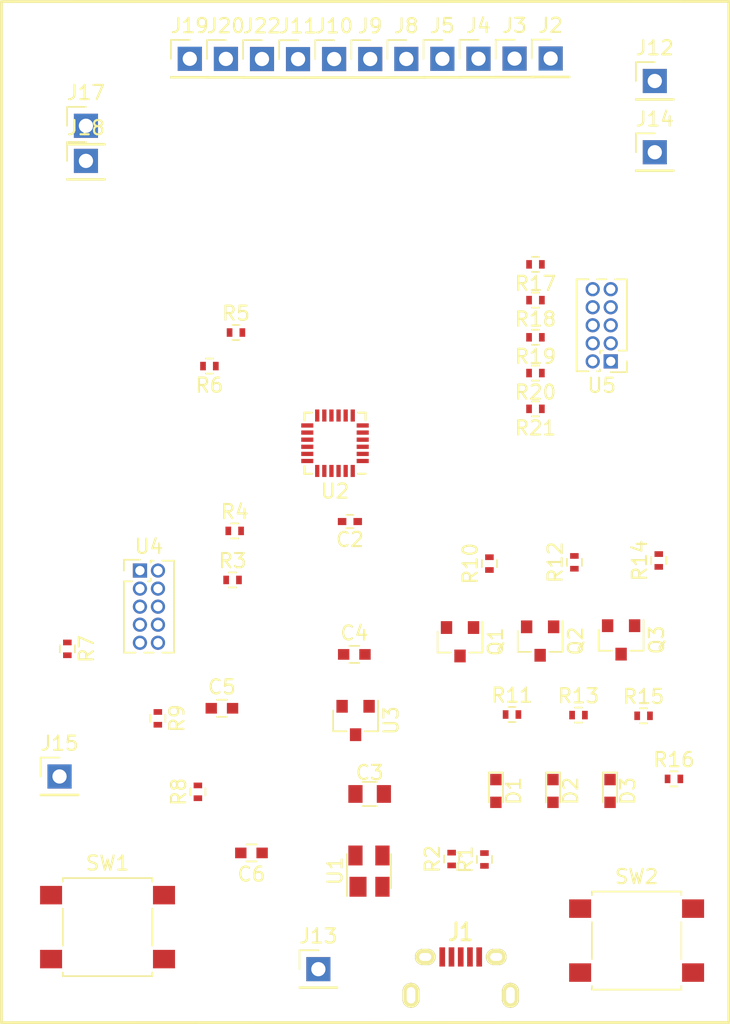
<source format=kicad_pcb>
(kicad_pcb (version 20170920) (host pcbnew no-vcs-found-28997e7~60~ubuntu17.04.1)

  (general
    (thickness 1.6)
    (drawings 4)
    (tracks 16)
    (zones 0)
    (modules 57)
    (nets 51)
  )

  (page A4)
  (layers
    (0 F.Cu signal)
    (31 B.Cu signal)
    (33 F.Adhes user)
    (35 F.Paste user)
    (37 F.SilkS user)
    (39 F.Mask user)
    (40 Dwgs.User user)
    (41 Cmts.User user)
    (42 Eco1.User user)
    (43 Eco2.User user)
    (44 Edge.Cuts user)
    (45 Margin user)
    (47 F.CrtYd user)
    (49 F.Fab user)
  )

  (setup
    (last_trace_width 0.25)
    (trace_clearance 0.2)
    (zone_clearance 0.508)
    (zone_45_only no)
    (trace_min 0.2)
    (segment_width 0.2)
    (edge_width 0.15)
    (via_size 0.8)
    (via_drill 0.4)
    (via_min_size 0.4)
    (via_min_drill 0.3)
    (uvia_size 0.3)
    (uvia_drill 0.1)
    (uvias_allowed no)
    (uvia_min_size 0.2)
    (uvia_min_drill 0.1)
    (pcb_text_width 0.3)
    (pcb_text_size 1.5 1.5)
    (mod_edge_width 0.15)
    (mod_text_size 1 1)
    (mod_text_width 0.15)
    (pad_size 1.524 1.524)
    (pad_drill 0.762)
    (pad_to_mask_clearance 0.2)
    (aux_axis_origin 0 0)
    (visible_elements FFFDFF7F)
    (pcbplotparams
      (layerselection 0x00030_ffffffff)
      (usegerberextensions false)
      (usegerberattributes true)
      (usegerberadvancedattributes true)
      (creategerberjobfile true)
      (excludeedgelayer true)
      (linewidth 0.100000)
      (plotframeref false)
      (viasonmask false)
      (mode 1)
      (useauxorigin false)
      (hpglpennumber 1)
      (hpglpenspeed 20)
      (hpglpendiameter 15)
      (psnegative false)
      (psa4output false)
      (plotreference true)
      (plotvalue true)
      (plotinvisibletext false)
      (padsonsilk false)
      (subtractmaskfromsilk false)
      (outputformat 1)
      (mirror false)
      (drillshape 1)
      (scaleselection 1)
      (outputdirectory ""))
  )

  (net 0 "")
  (net 1 +5V)
  (net 2 +3V3)
  (net 3 GND)
  (net 4 AT_RST)
  (net 5 "Net-(J1-Pad4)")
  (net 6 "Net-(J1-Pad3)")
  (net 7 "Net-(J1-Pad2)")
  (net 8 AT_PA11)
  (net 9 AT_PA10)
  (net 10 AT_PA09)
  (net 11 AT_PA08)
  (net 12 AT_PA07)
  (net 13 AT_PA06)
  (net 14 AT_PA05)
  (net 15 AT_PA04)
  (net 16 AT_PA03)
  (net 17 AT_PA02)
  (net 18 AT_PA27)
  (net 19 AT_PA23)
  (net 20 AT_PA22)
  (net 21 AT_PA17)
  (net 22 AT_PA16)
  (net 23 AT_PA15)
  (net 24 AT_PA14)
  (net 25 "Net-(R1-Pad2)")
  (net 26 "Net-(R2-Pad2)")
  (net 27 "Net-(R3-Pad2)")
  (net 28 "Net-(R3-Pad1)")
  (net 29 "Net-(R4-Pad1)")
  (net 30 "Net-(R4-Pad2)")
  (net 31 "Net-(R8-Pad1)")
  (net 32 SWD_RST)
  (net 33 "Net-(U4-Pad8)")
  (net 34 "Net-(U4-Pad7)")
  (net 35 "Net-(U4-Pad6)")
  (net 36 "Net-(D1-Pad1)")
  (net 37 "Net-(Q1-Pad1)")
  (net 38 "Net-(Q3-Pad1)")
  (net 39 "Net-(D2-Pad1)")
  (net 40 "Net-(Q2-Pad1)")
  (net 41 "Net-(D2-Pad2)")
  (net 42 "Net-(R21-Pad1)")
  (net 43 "Net-(R20-Pad1)")
  (net 44 "Net-(R19-Pad1)")
  (net 45 "Net-(R18-Pad1)")
  (net 46 "Net-(R17-Pad1)")
  (net 47 "Net-(D3-Pad1)")
  (net 48 "Net-(D1-Pad2)")
  (net 49 "Net-(U5-Pad7)")
  (net 50 "Net-(D3-Pad2)")

  (net_class Default "This is the default net class."
    (clearance 0.2)
    (trace_width 0.25)
    (via_dia 0.8)
    (via_drill 0.4)
    (uvia_dia 0.3)
    (uvia_drill 0.1)
    (add_net +3V3)
    (add_net +5V)
    (add_net AT_PA02)
    (add_net AT_PA03)
    (add_net AT_PA04)
    (add_net AT_PA05)
    (add_net AT_PA06)
    (add_net AT_PA07)
    (add_net AT_PA08)
    (add_net AT_PA09)
    (add_net AT_PA10)
    (add_net AT_PA11)
    (add_net AT_PA14)
    (add_net AT_PA15)
    (add_net AT_PA16)
    (add_net AT_PA17)
    (add_net AT_PA22)
    (add_net AT_PA23)
    (add_net AT_PA27)
    (add_net AT_RST)
    (add_net GND)
    (add_net "Net-(D1-Pad1)")
    (add_net "Net-(D1-Pad2)")
    (add_net "Net-(D2-Pad1)")
    (add_net "Net-(D2-Pad2)")
    (add_net "Net-(D3-Pad1)")
    (add_net "Net-(D3-Pad2)")
    (add_net "Net-(J1-Pad2)")
    (add_net "Net-(J1-Pad3)")
    (add_net "Net-(J1-Pad4)")
    (add_net "Net-(Q1-Pad1)")
    (add_net "Net-(Q2-Pad1)")
    (add_net "Net-(Q3-Pad1)")
    (add_net "Net-(R1-Pad2)")
    (add_net "Net-(R17-Pad1)")
    (add_net "Net-(R18-Pad1)")
    (add_net "Net-(R19-Pad1)")
    (add_net "Net-(R2-Pad2)")
    (add_net "Net-(R20-Pad1)")
    (add_net "Net-(R21-Pad1)")
    (add_net "Net-(R3-Pad1)")
    (add_net "Net-(R3-Pad2)")
    (add_net "Net-(R4-Pad1)")
    (add_net "Net-(R4-Pad2)")
    (add_net "Net-(R8-Pad1)")
    (add_net "Net-(U4-Pad6)")
    (add_net "Net-(U4-Pad7)")
    (add_net "Net-(U4-Pad8)")
    (add_net "Net-(U5-Pad7)")
    (add_net SWD_RST)
  )

  (module Housings_DFN_QFN:QFN-24_4x4mm_Pitch0.5mm (layer F.Cu) (tedit 57CEA3BE) (tstamp 59ED66BB)
    (at 103.25 107.67 180)
    (descr "24-Lead Plastic Quad Flat, No Lead Package (MJ) - 4x4x0.9 mm Body [QFN]; (see Microchip Packaging Specification 00000049BS.pdf)")
    (tags "QFN 0.5")
    (path /59E8587F)
    (attr smd)
    (fp_text reference U2 (at 0 -3.375 180) (layer F.SilkS)
      (effects (font (size 1 1) (thickness 0.15)))
    )
    (fp_text value ATSAMD11D14A-MNT (at 0 3.375 180) (layer F.Fab)
      (effects (font (size 1 1) (thickness 0.15)))
    )
    (fp_line (start 2.15 -2.15) (end 1.625 -2.15) (layer F.SilkS) (width 0.15))
    (fp_line (start 2.15 2.15) (end 1.625 2.15) (layer F.SilkS) (width 0.15))
    (fp_line (start -2.15 2.15) (end -1.625 2.15) (layer F.SilkS) (width 0.15))
    (fp_line (start -2.15 -2.15) (end -1.625 -2.15) (layer F.SilkS) (width 0.15))
    (fp_line (start 2.15 2.15) (end 2.15 1.625) (layer F.SilkS) (width 0.15))
    (fp_line (start -2.15 2.15) (end -2.15 1.625) (layer F.SilkS) (width 0.15))
    (fp_line (start 2.15 -2.15) (end 2.15 -1.625) (layer F.SilkS) (width 0.15))
    (fp_line (start -2.65 2.65) (end 2.65 2.65) (layer F.CrtYd) (width 0.05))
    (fp_line (start -2.65 -2.65) (end 2.65 -2.65) (layer F.CrtYd) (width 0.05))
    (fp_line (start 2.65 -2.65) (end 2.65 2.65) (layer F.CrtYd) (width 0.05))
    (fp_line (start -2.65 -2.65) (end -2.65 2.65) (layer F.CrtYd) (width 0.05))
    (fp_line (start -2 -1) (end -1 -2) (layer F.Fab) (width 0.15))
    (fp_line (start -2 2) (end -2 -1) (layer F.Fab) (width 0.15))
    (fp_line (start 2 2) (end -2 2) (layer F.Fab) (width 0.15))
    (fp_line (start 2 -2) (end 2 2) (layer F.Fab) (width 0.15))
    (fp_line (start -1 -2) (end 2 -2) (layer F.Fab) (width 0.15))
    (pad 24 smd rect (at -1.25 -1.95 270) (size 0.85 0.3) (layers F.Cu F.Paste F.Mask)
      (net 2 +3V3))
    (pad 23 smd rect (at -0.75 -1.95 270) (size 0.85 0.3) (layers F.Cu F.Paste F.Mask)
      (net 3 GND))
    (pad 22 smd rect (at -0.25 -1.95 270) (size 0.85 0.3) (layers F.Cu F.Paste F.Mask)
      (net 25 "Net-(R1-Pad2)"))
    (pad 21 smd rect (at 0.25 -1.95 270) (size 0.85 0.3) (layers F.Cu F.Paste F.Mask)
      (net 26 "Net-(R2-Pad2)"))
    (pad 20 smd rect (at 0.75 -1.95 270) (size 0.85 0.3) (layers F.Cu F.Paste F.Mask)
      (net 30 "Net-(R4-Pad2)"))
    (pad 19 smd rect (at 1.25 -1.95 270) (size 0.85 0.3) (layers F.Cu F.Paste F.Mask)
      (net 27 "Net-(R3-Pad2)"))
    (pad 18 smd rect (at 1.95 -1.25 180) (size 0.85 0.3) (layers F.Cu F.Paste F.Mask)
      (net 4 AT_RST))
    (pad 17 smd rect (at 1.95 -0.75 180) (size 0.85 0.3) (layers F.Cu F.Paste F.Mask)
      (net 18 AT_PA27))
    (pad 16 smd rect (at 1.95 -0.25 180) (size 0.85 0.3) (layers F.Cu F.Paste F.Mask)
      (net 19 AT_PA23))
    (pad 15 smd rect (at 1.95 0.25 180) (size 0.85 0.3) (layers F.Cu F.Paste F.Mask)
      (net 20 AT_PA22))
    (pad 14 smd rect (at 1.95 0.75 180) (size 0.85 0.3) (layers F.Cu F.Paste F.Mask)
      (net 21 AT_PA17))
    (pad 13 smd rect (at 1.95 1.25 180) (size 0.85 0.3) (layers F.Cu F.Paste F.Mask)
      (net 22 AT_PA16))
    (pad 12 smd rect (at 1.25 1.95 270) (size 0.85 0.3) (layers F.Cu F.Paste F.Mask)
      (net 23 AT_PA15))
    (pad 11 smd rect (at 0.75 1.95 270) (size 0.85 0.3) (layers F.Cu F.Paste F.Mask)
      (net 24 AT_PA14))
    (pad 10 smd rect (at 0.25 1.95 270) (size 0.85 0.3) (layers F.Cu F.Paste F.Mask)
      (net 8 AT_PA11))
    (pad 9 smd rect (at -0.25 1.95 270) (size 0.85 0.3) (layers F.Cu F.Paste F.Mask)
      (net 9 AT_PA10))
    (pad 8 smd rect (at -0.75 1.95 270) (size 0.85 0.3) (layers F.Cu F.Paste F.Mask)
      (net 10 AT_PA09))
    (pad 7 smd rect (at -1.25 1.95 270) (size 0.85 0.3) (layers F.Cu F.Paste F.Mask)
      (net 11 AT_PA08))
    (pad 6 smd rect (at -1.95 1.25 180) (size 0.85 0.3) (layers F.Cu F.Paste F.Mask)
      (net 12 AT_PA07))
    (pad 5 smd rect (at -1.95 0.75 180) (size 0.85 0.3) (layers F.Cu F.Paste F.Mask)
      (net 13 AT_PA06))
    (pad 4 smd rect (at -1.95 0.25 180) (size 0.85 0.3) (layers F.Cu F.Paste F.Mask)
      (net 14 AT_PA05))
    (pad 3 smd rect (at -1.95 -0.25 180) (size 0.85 0.3) (layers F.Cu F.Paste F.Mask)
      (net 15 AT_PA04))
    (pad 2 smd rect (at -1.95 -0.75 180) (size 0.85 0.3) (layers F.Cu F.Paste F.Mask)
      (net 16 AT_PA03))
    (pad 1 smd rect (at -1.95 -1.25 180) (size 0.85 0.3) (layers F.Cu F.Paste F.Mask)
      (net 17 AT_PA02))
    (model ${KISYS3DMOD}/Housings_DFN_QFN.3dshapes/QFN-24-1EP_4x4mm_Pitch0.5mm.wrl
      (at (xyz 0 0 0))
      (scale (xyz 1 1 1))
      (rotate (xyz 0 0 0))
    )
  )

  (module Pin_Headers:Pin_Header_Straight_1x01_Pitch2.54mm (layer F.Cu) (tedit 59650532) (tstamp 59EC86DC)
    (at 98.11 80.6325)
    (descr "Through hole straight pin header, 1x01, 2.54mm pitch, single row")
    (tags "Through hole pin header THT 1x01 2.54mm single row")
    (path /59EA9828)
    (fp_text reference J22 (at 0 -2.33) (layer F.SilkS)
      (effects (font (size 1 1) (thickness 0.15)))
    )
    (fp_text value CONN_PA14 (at 0 2.33) (layer F.Fab)
      (effects (font (size 1 1) (thickness 0.15)))
    )
    (fp_text user %R (at 0 0 90) (layer F.Fab)
      (effects (font (size 1 1) (thickness 0.15)))
    )
    (fp_line (start 1.8 -1.8) (end -1.8 -1.8) (layer F.CrtYd) (width 0.05))
    (fp_line (start 1.8 1.8) (end 1.8 -1.8) (layer F.CrtYd) (width 0.05))
    (fp_line (start -1.8 1.8) (end 1.8 1.8) (layer F.CrtYd) (width 0.05))
    (fp_line (start -1.8 -1.8) (end -1.8 1.8) (layer F.CrtYd) (width 0.05))
    (fp_line (start -1.33 -1.33) (end 0 -1.33) (layer F.SilkS) (width 0.12))
    (fp_line (start -1.33 0) (end -1.33 -1.33) (layer F.SilkS) (width 0.12))
    (fp_line (start -1.33 1.27) (end 1.33 1.27) (layer F.SilkS) (width 0.12))
    (fp_line (start 1.33 1.27) (end 1.33 1.33) (layer F.SilkS) (width 0.12))
    (fp_line (start -1.33 1.27) (end -1.33 1.33) (layer F.SilkS) (width 0.12))
    (fp_line (start -1.33 1.33) (end 1.33 1.33) (layer F.SilkS) (width 0.12))
    (fp_line (start -1.27 -0.635) (end -0.635 -1.27) (layer F.Fab) (width 0.1))
    (fp_line (start -1.27 1.27) (end -1.27 -0.635) (layer F.Fab) (width 0.1))
    (fp_line (start 1.27 1.27) (end -1.27 1.27) (layer F.Fab) (width 0.1))
    (fp_line (start 1.27 -1.27) (end 1.27 1.27) (layer F.Fab) (width 0.1))
    (fp_line (start -0.635 -1.27) (end 1.27 -1.27) (layer F.Fab) (width 0.1))
    (pad 1 thru_hole rect (at 0 0) (size 1.7 1.7) (drill 1) (layers *.Cu *.Mask)
      (net 24 AT_PA14))
    (model ${KISYS3DMOD}/Pin_Headers.3dshapes/Pin_Header_Straight_1x01_Pitch2.54mm.wrl
      (at (xyz 0 0 0))
      (scale (xyz 1 1 1))
      (rotate (xyz 0 0 0))
    )
  )

  (module Buttons_Switches_SMD:SW_SPST_B3S-1000 (layer F.Cu) (tedit 58724047) (tstamp 59EB79FA)
    (at 124.48 142.67)
    (descr "Surface Mount Tactile Switch for High-Density Packaging")
    (tags "Tactile Switch")
    (path /59ECB4DB)
    (attr smd)
    (fp_text reference SW2 (at 0 -4.5) (layer F.SilkS)
      (effects (font (size 1 1) (thickness 0.15)))
    )
    (fp_text value SW_USR (at 0 4.5) (layer F.Fab)
      (effects (font (size 1 1) (thickness 0.15)))
    )
    (fp_line (start -3 3.3) (end -3 -3.3) (layer F.Fab) (width 0.1))
    (fp_line (start 3 3.3) (end -3 3.3) (layer F.Fab) (width 0.1))
    (fp_line (start 3 -3.3) (end 3 3.3) (layer F.Fab) (width 0.1))
    (fp_line (start -3 -3.3) (end 3 -3.3) (layer F.Fab) (width 0.1))
    (fp_circle (center 0 0) (end 1.65 0) (layer F.Fab) (width 0.1))
    (fp_line (start 3.15 -1.3) (end 3.15 1.3) (layer F.SilkS) (width 0.12))
    (fp_line (start -3.15 3.45) (end -3.15 3.2) (layer F.SilkS) (width 0.12))
    (fp_line (start 3.15 3.45) (end -3.15 3.45) (layer F.SilkS) (width 0.12))
    (fp_line (start 3.15 3.2) (end 3.15 3.45) (layer F.SilkS) (width 0.12))
    (fp_line (start -3.15 1.3) (end -3.15 -1.3) (layer F.SilkS) (width 0.12))
    (fp_line (start 3.15 -3.45) (end 3.15 -3.2) (layer F.SilkS) (width 0.12))
    (fp_line (start -3.15 -3.45) (end 3.15 -3.45) (layer F.SilkS) (width 0.12))
    (fp_line (start -3.15 -3.2) (end -3.15 -3.45) (layer F.SilkS) (width 0.12))
    (fp_line (start -5 -3.7) (end -5 3.7) (layer F.CrtYd) (width 0.05))
    (fp_line (start 5 -3.7) (end -5 -3.7) (layer F.CrtYd) (width 0.05))
    (fp_line (start 5 3.7) (end 5 -3.7) (layer F.CrtYd) (width 0.05))
    (fp_line (start -5 3.7) (end 5 3.7) (layer F.CrtYd) (width 0.05))
    (fp_text user %R (at 0 -4.5) (layer F.Fab)
      (effects (font (size 1 1) (thickness 0.15)))
    )
    (pad 2 smd rect (at 3.975 2.25) (size 1.55 1.3) (layers F.Cu F.Paste F.Mask)
      (net 18 AT_PA27))
    (pad 2 smd rect (at -3.975 2.25) (size 1.55 1.3) (layers F.Cu F.Paste F.Mask)
      (net 18 AT_PA27))
    (pad 1 smd rect (at 3.975 -2.25) (size 1.55 1.3) (layers F.Cu F.Paste F.Mask)
      (net 3 GND))
    (pad 1 smd rect (at -3.975 -2.25) (size 1.55 1.3) (layers F.Cu F.Paste F.Mask)
      (net 3 GND))
    (model ${KISYS3DMOD}/Buttons_Switches_SMD.3dshapes/SW_SPST_B3S-1000.wrl
      (at (xyz 0 0 0))
      (scale (xyz 1 1 1))
      (rotate (xyz 0 0 0))
    )
  )

  (module Capacitors_SMD:C_0603 (layer F.Cu) (tedit 59958EE7) (tstamp 59EB7947)
    (at 97.37 136.5 180)
    (descr "Capacitor SMD 0603, reflow soldering, AVX (see smccp.pdf)")
    (tags "capacitor 0603")
    (path /59EC2281)
    (attr smd)
    (fp_text reference C6 (at 0 -1.5 180) (layer F.SilkS)
      (effects (font (size 1 1) (thickness 0.15)))
    )
    (fp_text value 1uF (at 0 1.5 180) (layer F.Fab)
      (effects (font (size 1 1) (thickness 0.15)))
    )
    (fp_text user %R (at 0 0 180) (layer F.Fab)
      (effects (font (size 0.3 0.3) (thickness 0.075)))
    )
    (fp_line (start -0.8 0.4) (end -0.8 -0.4) (layer F.Fab) (width 0.1))
    (fp_line (start 0.8 0.4) (end -0.8 0.4) (layer F.Fab) (width 0.1))
    (fp_line (start 0.8 -0.4) (end 0.8 0.4) (layer F.Fab) (width 0.1))
    (fp_line (start -0.8 -0.4) (end 0.8 -0.4) (layer F.Fab) (width 0.1))
    (fp_line (start -0.35 -0.6) (end 0.35 -0.6) (layer F.SilkS) (width 0.12))
    (fp_line (start 0.35 0.6) (end -0.35 0.6) (layer F.SilkS) (width 0.12))
    (fp_line (start -1.4 -0.65) (end 1.4 -0.65) (layer F.CrtYd) (width 0.05))
    (fp_line (start -1.4 -0.65) (end -1.4 0.65) (layer F.CrtYd) (width 0.05))
    (fp_line (start 1.4 0.65) (end 1.4 -0.65) (layer F.CrtYd) (width 0.05))
    (fp_line (start 1.4 0.65) (end -1.4 0.65) (layer F.CrtYd) (width 0.05))
    (pad 1 smd rect (at -0.75 0 180) (size 0.8 0.75) (layers F.Cu F.Paste F.Mask)
      (net 18 AT_PA27))
    (pad 2 smd rect (at 0.75 0 180) (size 0.8 0.75) (layers F.Cu F.Paste F.Mask)
      (net 3 GND))
    (model Capacitors_SMD.3dshapes/C_0603.wrl
      (at (xyz 0 0 0))
      (scale (xyz 1 1 1))
      (rotate (xyz 0 0 0))
    )
  )

  (module LEDs:LED_0603 (layer F.Cu) (tedit 57FE93A5) (tstamp 59EB78C0)
    (at 118.5925 132.140001 270)
    (descr "LED 0603 smd package")
    (tags "LED led 0603 SMD smd SMT smt smdled SMDLED smtled SMTLED")
    (path /59EBD3A7)
    (attr smd)
    (fp_text reference D2 (at 0 -1.25 270) (layer F.SilkS)
      (effects (font (size 1 1) (thickness 0.15)))
    )
    (fp_text value LED_GREEN (at 0 1.35 270) (layer F.Fab)
      (effects (font (size 1 1) (thickness 0.15)))
    )
    (fp_line (start -1.45 -0.65) (end 1.45 -0.65) (layer F.CrtYd) (width 0.05))
    (fp_line (start -1.45 0.65) (end -1.45 -0.65) (layer F.CrtYd) (width 0.05))
    (fp_line (start 1.45 0.65) (end -1.45 0.65) (layer F.CrtYd) (width 0.05))
    (fp_line (start 1.45 -0.65) (end 1.45 0.65) (layer F.CrtYd) (width 0.05))
    (fp_line (start -1.3 -0.5) (end 0.8 -0.5) (layer F.SilkS) (width 0.12))
    (fp_line (start -1.3 0.5) (end 0.8 0.5) (layer F.SilkS) (width 0.12))
    (fp_line (start -0.8 0.4) (end -0.8 -0.4) (layer F.Fab) (width 0.1))
    (fp_line (start -0.8 -0.4) (end 0.8 -0.4) (layer F.Fab) (width 0.1))
    (fp_line (start 0.8 -0.4) (end 0.8 0.4) (layer F.Fab) (width 0.1))
    (fp_line (start 0.8 0.4) (end -0.8 0.4) (layer F.Fab) (width 0.1))
    (fp_line (start 0.15 -0.2) (end 0.15 0.2) (layer F.Fab) (width 0.1))
    (fp_line (start 0.15 0.2) (end -0.15 0) (layer F.Fab) (width 0.1))
    (fp_line (start -0.15 0) (end 0.15 -0.2) (layer F.Fab) (width 0.1))
    (fp_line (start -0.2 -0.2) (end -0.2 0.2) (layer F.Fab) (width 0.1))
    (fp_line (start -1.3 -0.5) (end -1.3 0.5) (layer F.SilkS) (width 0.12))
    (pad 1 smd rect (at -0.8 0 90) (size 0.8 0.8) (layers F.Cu F.Paste F.Mask)
      (net 39 "Net-(D2-Pad1)"))
    (pad 2 smd rect (at 0.8 0 90) (size 0.8 0.8) (layers F.Cu F.Paste F.Mask)
      (net 41 "Net-(D2-Pad2)"))
    (model ${KISYS3DMOD}/LEDs.3dshapes/LED_0603.wrl
      (at (xyz 0 0 0))
      (scale (xyz 1 1 1))
      (rotate (xyz 0 0 180))
    )
  )

  (module LEDs:LED_0603 (layer F.Cu) (tedit 57FE93A5) (tstamp 59EB78AB)
    (at 122.61 132.14 270)
    (descr "LED 0603 smd package")
    (tags "LED led 0603 SMD smd SMT smt smdled SMDLED smtled SMTLED")
    (path /59EBD463)
    (attr smd)
    (fp_text reference D3 (at 0 -1.25 270) (layer F.SilkS)
      (effects (font (size 1 1) (thickness 0.15)))
    )
    (fp_text value LED_RED (at 0 1.35 270) (layer F.Fab)
      (effects (font (size 1 1) (thickness 0.15)))
    )
    (fp_line (start -1.3 -0.5) (end -1.3 0.5) (layer F.SilkS) (width 0.12))
    (fp_line (start -0.2 -0.2) (end -0.2 0.2) (layer F.Fab) (width 0.1))
    (fp_line (start -0.15 0) (end 0.15 -0.2) (layer F.Fab) (width 0.1))
    (fp_line (start 0.15 0.2) (end -0.15 0) (layer F.Fab) (width 0.1))
    (fp_line (start 0.15 -0.2) (end 0.15 0.2) (layer F.Fab) (width 0.1))
    (fp_line (start 0.8 0.4) (end -0.8 0.4) (layer F.Fab) (width 0.1))
    (fp_line (start 0.8 -0.4) (end 0.8 0.4) (layer F.Fab) (width 0.1))
    (fp_line (start -0.8 -0.4) (end 0.8 -0.4) (layer F.Fab) (width 0.1))
    (fp_line (start -0.8 0.4) (end -0.8 -0.4) (layer F.Fab) (width 0.1))
    (fp_line (start -1.3 0.5) (end 0.8 0.5) (layer F.SilkS) (width 0.12))
    (fp_line (start -1.3 -0.5) (end 0.8 -0.5) (layer F.SilkS) (width 0.12))
    (fp_line (start 1.45 -0.65) (end 1.45 0.65) (layer F.CrtYd) (width 0.05))
    (fp_line (start 1.45 0.65) (end -1.45 0.65) (layer F.CrtYd) (width 0.05))
    (fp_line (start -1.45 0.65) (end -1.45 -0.65) (layer F.CrtYd) (width 0.05))
    (fp_line (start -1.45 -0.65) (end 1.45 -0.65) (layer F.CrtYd) (width 0.05))
    (pad 2 smd rect (at 0.8 0 90) (size 0.8 0.8) (layers F.Cu F.Paste F.Mask)
      (net 50 "Net-(D3-Pad2)"))
    (pad 1 smd rect (at -0.8 0 90) (size 0.8 0.8) (layers F.Cu F.Paste F.Mask)
      (net 47 "Net-(D3-Pad1)"))
    (model ${KISYS3DMOD}/LEDs.3dshapes/LED_0603.wrl
      (at (xyz 0 0 0))
      (scale (xyz 1 1 1))
      (rotate (xyz 0 0 180))
    )
  )

  (module LEDs:LED_0603 (layer F.Cu) (tedit 57FE93A5) (tstamp 59EB7896)
    (at 114.575 132.140002 270)
    (descr "LED 0603 smd package")
    (tags "LED led 0603 SMD smd SMT smt smdled SMDLED smtled SMTLED")
    (path /59EBCC55)
    (attr smd)
    (fp_text reference D1 (at 0 -1.25 270) (layer F.SilkS)
      (effects (font (size 1 1) (thickness 0.15)))
    )
    (fp_text value LED_GREEN (at 0 1.35 270) (layer F.Fab)
      (effects (font (size 1 1) (thickness 0.15)))
    )
    (fp_line (start -1.45 -0.65) (end 1.45 -0.65) (layer F.CrtYd) (width 0.05))
    (fp_line (start -1.45 0.65) (end -1.45 -0.65) (layer F.CrtYd) (width 0.05))
    (fp_line (start 1.45 0.65) (end -1.45 0.65) (layer F.CrtYd) (width 0.05))
    (fp_line (start 1.45 -0.65) (end 1.45 0.65) (layer F.CrtYd) (width 0.05))
    (fp_line (start -1.3 -0.5) (end 0.8 -0.5) (layer F.SilkS) (width 0.12))
    (fp_line (start -1.3 0.5) (end 0.8 0.5) (layer F.SilkS) (width 0.12))
    (fp_line (start -0.8 0.4) (end -0.8 -0.4) (layer F.Fab) (width 0.1))
    (fp_line (start -0.8 -0.4) (end 0.8 -0.4) (layer F.Fab) (width 0.1))
    (fp_line (start 0.8 -0.4) (end 0.8 0.4) (layer F.Fab) (width 0.1))
    (fp_line (start 0.8 0.4) (end -0.8 0.4) (layer F.Fab) (width 0.1))
    (fp_line (start 0.15 -0.2) (end 0.15 0.2) (layer F.Fab) (width 0.1))
    (fp_line (start 0.15 0.2) (end -0.15 0) (layer F.Fab) (width 0.1))
    (fp_line (start -0.15 0) (end 0.15 -0.2) (layer F.Fab) (width 0.1))
    (fp_line (start -0.2 -0.2) (end -0.2 0.2) (layer F.Fab) (width 0.1))
    (fp_line (start -1.3 -0.5) (end -1.3 0.5) (layer F.SilkS) (width 0.12))
    (pad 1 smd rect (at -0.8 0 90) (size 0.8 0.8) (layers F.Cu F.Paste F.Mask)
      (net 36 "Net-(D1-Pad1)"))
    (pad 2 smd rect (at 0.8 0 90) (size 0.8 0.8) (layers F.Cu F.Paste F.Mask)
      (net 48 "Net-(D1-Pad2)"))
    (model ${KISYS3DMOD}/LEDs.3dshapes/LED_0603.wrl
      (at (xyz 0 0 0))
      (scale (xyz 1 1 1))
      (rotate (xyz 0 0 180))
    )
  )

  (module Pin_Headers:Pin_Header_Straight_2x05_Pitch1.27mm (layer F.Cu) (tedit 59EC3E90) (tstamp 59EB75A1)
    (at 122.66 101.91 180)
    (descr "Through hole straight pin header, 2x05, 1.27mm pitch, double rows")
    (tags "Through hole pin header THT 2x05 1.27mm double row")
    (path /59ECBB5A)
    (fp_text reference U5 (at 0.635 -1.695 180) (layer F.SilkS)
      (effects (font (size 1 1) (thickness 0.15)))
    )
    (fp_text value SWD_2x5 (at 0.635 6.775 180) (layer F.Fab)
      (effects (font (size 1 1) (thickness 0.15)))
    )
    (fp_text user %R (at 0.635 2.54 270) (layer F.Fab)
      (effects (font (size 1 1) (thickness 0.15)))
    )
    (fp_line (start 2.85 -1.15) (end -1.6 -1.15) (layer F.CrtYd) (width 0.05))
    (fp_line (start 2.85 6.25) (end 2.85 -1.15) (layer F.CrtYd) (width 0.05))
    (fp_line (start -1.6 6.25) (end 2.85 6.25) (layer F.CrtYd) (width 0.05))
    (fp_line (start -1.6 -1.15) (end -1.6 6.25) (layer F.CrtYd) (width 0.05))
    (fp_line (start -1.13 -0.76) (end 0 -0.76) (layer F.SilkS) (width 0.12))
    (fp_line (start -1.13 0) (end -1.13 -0.76) (layer F.SilkS) (width 0.12))
    (fp_line (start 1.57753 -0.695) (end 2.4 -0.695) (layer F.SilkS) (width 0.12))
    (fp_line (start 0.76 -0.695) (end 0.96247 -0.695) (layer F.SilkS) (width 0.12))
    (fp_line (start 0.76 -0.563471) (end 0.76 -0.695) (layer F.SilkS) (width 0.12))
    (fp_line (start 0.76 0.706529) (end 0.76 0.563471) (layer F.SilkS) (width 0.12))
    (fp_line (start 0.563471 0.76) (end 0.706529 0.76) (layer F.SilkS) (width 0.12))
    (fp_line (start -1.13 0.76) (end -0.563471 0.76) (layer F.SilkS) (width 0.12))
    (fp_line (start 2.4 -0.695) (end 2.4 5.775) (layer F.SilkS) (width 0.12))
    (fp_line (start -1.13 0.76) (end -1.13 5.775) (layer F.SilkS) (width 0.12))
    (fp_line (start 0.30753 5.775) (end 0.96247 5.775) (layer F.SilkS) (width 0.12))
    (fp_line (start 1.57753 5.775) (end 2.4 5.775) (layer F.SilkS) (width 0.12))
    (fp_line (start -1.13 5.775) (end -0.30753 5.775) (layer F.SilkS) (width 0.12))
    (fp_line (start -1.07 0.2175) (end -0.2175 -0.635) (layer F.Fab) (width 0.1))
    (fp_line (start -1.07 5.715) (end -1.07 0.2175) (layer F.Fab) (width 0.1))
    (fp_line (start 2.34 5.715) (end -1.07 5.715) (layer F.Fab) (width 0.1))
    (fp_line (start 2.34 -0.635) (end 2.34 5.715) (layer F.Fab) (width 0.1))
    (fp_line (start -0.2175 -0.635) (end 2.34 -0.635) (layer F.Fab) (width 0.1))
    (pad 10 thru_hole oval (at 1.27 5.08 180) (size 1 1) (drill 0.65) (layers *.Cu *.Mask)
      (net 46 "Net-(R17-Pad1)"))
    (pad 9 thru_hole oval (at 0 5.08 180) (size 1 1) (drill 0.65) (layers *.Cu *.Mask)
      (net 3 GND))
    (pad 8 thru_hole oval (at 1.27 3.81 180) (size 1 1) (drill 0.65) (layers *.Cu *.Mask)
      (net 45 "Net-(R18-Pad1)"))
    (pad 7 thru_hole oval (at 0 3.81 180) (size 1 1) (drill 0.65) (layers *.Cu *.Mask)
      (net 49 "Net-(U5-Pad7)"))
    (pad 6 thru_hole oval (at 1.27 2.54 180) (size 1 1) (drill 0.65) (layers *.Cu *.Mask)
      (net 44 "Net-(R19-Pad1)"))
    (pad 5 thru_hole oval (at 0 2.54 180) (size 1 1) (drill 0.65) (layers *.Cu *.Mask)
      (net 3 GND))
    (pad 4 thru_hole oval (at 1.27 1.27 180) (size 1 1) (drill 0.65) (layers *.Cu *.Mask)
      (net 43 "Net-(R20-Pad1)"))
    (pad 3 thru_hole oval (at 0 1.27 180) (size 1 1) (drill 0.65) (layers *.Cu *.Mask)
      (net 3 GND))
    (pad 2 thru_hole oval (at 1.27 0 180) (size 1 1) (drill 0.65) (layers *.Cu *.Mask)
      (net 42 "Net-(R21-Pad1)"))
    (pad 1 thru_hole rect (at 0 0 180) (size 1 1) (drill 0.65) (layers *.Cu *.Mask)
      (net 2 +3V3))
    (model ${KISYS3DMOD}/Pin_Headers.3dshapes/Pin_Header_Straight_2x05_Pitch1.27mm.wrl
      (at (xyz 0 0 0))
      (scale (xyz 1 1 1))
      (rotate (xyz 0 0 0))
    )
  )

  (module Resistors_SMD:R_0402 (layer F.Cu) (tedit 58E0A804) (tstamp 59EB745C)
    (at 115.71 126.76)
    (descr "Resistor SMD 0402, reflow soldering, Vishay (see dcrcw.pdf)")
    (tags "resistor 0402")
    (path /59EB913D)
    (attr smd)
    (fp_text reference R11 (at 0 -1.35) (layer F.SilkS)
      (effects (font (size 1 1) (thickness 0.15)))
    )
    (fp_text value 680 (at 0 1.45) (layer F.Fab)
      (effects (font (size 1 1) (thickness 0.15)))
    )
    (fp_line (start 0.8 0.45) (end -0.8 0.45) (layer F.CrtYd) (width 0.05))
    (fp_line (start 0.8 0.45) (end 0.8 -0.45) (layer F.CrtYd) (width 0.05))
    (fp_line (start -0.8 -0.45) (end -0.8 0.45) (layer F.CrtYd) (width 0.05))
    (fp_line (start -0.8 -0.45) (end 0.8 -0.45) (layer F.CrtYd) (width 0.05))
    (fp_line (start -0.25 0.53) (end 0.25 0.53) (layer F.SilkS) (width 0.12))
    (fp_line (start 0.25 -0.53) (end -0.25 -0.53) (layer F.SilkS) (width 0.12))
    (fp_line (start -0.5 -0.25) (end 0.5 -0.25) (layer F.Fab) (width 0.1))
    (fp_line (start 0.5 -0.25) (end 0.5 0.25) (layer F.Fab) (width 0.1))
    (fp_line (start 0.5 0.25) (end -0.5 0.25) (layer F.Fab) (width 0.1))
    (fp_line (start -0.5 0.25) (end -0.5 -0.25) (layer F.Fab) (width 0.1))
    (fp_text user %R (at 0 -1.35) (layer F.Fab)
      (effects (font (size 1 1) (thickness 0.15)))
    )
    (pad 2 smd rect (at 0.45 0) (size 0.4 0.6) (layers F.Cu F.Paste F.Mask)
      (net 2 +3V3))
    (pad 1 smd rect (at -0.45 0) (size 0.4 0.6) (layers F.Cu F.Paste F.Mask)
      (net 48 "Net-(D1-Pad2)"))
    (model ${KISYS3DMOD}/Resistors_SMD.3dshapes/R_0402.wrl
      (at (xyz 0 0 0))
      (scale (xyz 1 1 1))
      (rotate (xyz 0 0 0))
    )
  )

  (module Resistors_SMD:R_0402 (layer F.Cu) (tedit 58E0A804) (tstamp 59EB742B)
    (at 114.12 116.14 90)
    (descr "Resistor SMD 0402, reflow soldering, Vishay (see dcrcw.pdf)")
    (tags "resistor 0402")
    (path /59EB8F9A)
    (attr smd)
    (fp_text reference R10 (at 0 -1.35 90) (layer F.SilkS)
      (effects (font (size 1 1) (thickness 0.15)))
    )
    (fp_text value 10K (at 0 1.45 90) (layer F.Fab)
      (effects (font (size 1 1) (thickness 0.15)))
    )
    (fp_line (start 0.8 0.45) (end -0.8 0.45) (layer F.CrtYd) (width 0.05))
    (fp_line (start 0.8 0.45) (end 0.8 -0.45) (layer F.CrtYd) (width 0.05))
    (fp_line (start -0.8 -0.45) (end -0.8 0.45) (layer F.CrtYd) (width 0.05))
    (fp_line (start -0.8 -0.45) (end 0.8 -0.45) (layer F.CrtYd) (width 0.05))
    (fp_line (start -0.25 0.53) (end 0.25 0.53) (layer F.SilkS) (width 0.12))
    (fp_line (start 0.25 -0.53) (end -0.25 -0.53) (layer F.SilkS) (width 0.12))
    (fp_line (start -0.5 -0.25) (end 0.5 -0.25) (layer F.Fab) (width 0.1))
    (fp_line (start 0.5 -0.25) (end 0.5 0.25) (layer F.Fab) (width 0.1))
    (fp_line (start 0.5 0.25) (end -0.5 0.25) (layer F.Fab) (width 0.1))
    (fp_line (start -0.5 0.25) (end -0.5 -0.25) (layer F.Fab) (width 0.1))
    (fp_text user %R (at 0 -1.35 90) (layer F.Fab)
      (effects (font (size 1 1) (thickness 0.15)))
    )
    (pad 2 smd rect (at 0.45 0 90) (size 0.4 0.6) (layers F.Cu F.Paste F.Mask)
      (net 12 AT_PA07))
    (pad 1 smd rect (at -0.45 0 90) (size 0.4 0.6) (layers F.Cu F.Paste F.Mask)
      (net 37 "Net-(Q1-Pad1)"))
    (model ${KISYS3DMOD}/Resistors_SMD.3dshapes/R_0402.wrl
      (at (xyz 0 0 0))
      (scale (xyz 1 1 1))
      (rotate (xyz 0 0 0))
    )
  )

  (module Resistors_SMD:R_0402 (layer F.Cu) (tedit 58E0A804) (tstamp 59EB741A)
    (at 120.1 116.05 90)
    (descr "Resistor SMD 0402, reflow soldering, Vishay (see dcrcw.pdf)")
    (tags "resistor 0402")
    (path /59EB342F)
    (attr smd)
    (fp_text reference R12 (at 0 -1.35 90) (layer F.SilkS)
      (effects (font (size 1 1) (thickness 0.15)))
    )
    (fp_text value 10K (at 0 1.45 90) (layer F.Fab)
      (effects (font (size 1 1) (thickness 0.15)))
    )
    (fp_text user %R (at 0 -1.35 90) (layer F.Fab)
      (effects (font (size 1 1) (thickness 0.15)))
    )
    (fp_line (start -0.5 0.25) (end -0.5 -0.25) (layer F.Fab) (width 0.1))
    (fp_line (start 0.5 0.25) (end -0.5 0.25) (layer F.Fab) (width 0.1))
    (fp_line (start 0.5 -0.25) (end 0.5 0.25) (layer F.Fab) (width 0.1))
    (fp_line (start -0.5 -0.25) (end 0.5 -0.25) (layer F.Fab) (width 0.1))
    (fp_line (start 0.25 -0.53) (end -0.25 -0.53) (layer F.SilkS) (width 0.12))
    (fp_line (start -0.25 0.53) (end 0.25 0.53) (layer F.SilkS) (width 0.12))
    (fp_line (start -0.8 -0.45) (end 0.8 -0.45) (layer F.CrtYd) (width 0.05))
    (fp_line (start -0.8 -0.45) (end -0.8 0.45) (layer F.CrtYd) (width 0.05))
    (fp_line (start 0.8 0.45) (end 0.8 -0.45) (layer F.CrtYd) (width 0.05))
    (fp_line (start 0.8 0.45) (end -0.8 0.45) (layer F.CrtYd) (width 0.05))
    (pad 1 smd rect (at -0.45 0 90) (size 0.4 0.6) (layers F.Cu F.Paste F.Mask)
      (net 40 "Net-(Q2-Pad1)"))
    (pad 2 smd rect (at 0.45 0 90) (size 0.4 0.6) (layers F.Cu F.Paste F.Mask)
      (net 13 AT_PA06))
    (model ${KISYS3DMOD}/Resistors_SMD.3dshapes/R_0402.wrl
      (at (xyz 0 0 0))
      (scale (xyz 1 1 1))
      (rotate (xyz 0 0 0))
    )
  )

  (module Resistors_SMD:R_0402 (layer F.Cu) (tedit 58E0A804) (tstamp 59EB7409)
    (at 126.04 115.92 90)
    (descr "Resistor SMD 0402, reflow soldering, Vishay (see dcrcw.pdf)")
    (tags "resistor 0402")
    (path /59EB9A67)
    (attr smd)
    (fp_text reference R14 (at 0 -1.35 90) (layer F.SilkS)
      (effects (font (size 1 1) (thickness 0.15)))
    )
    (fp_text value 10K (at 0 1.45 90) (layer F.Fab)
      (effects (font (size 1 1) (thickness 0.15)))
    )
    (fp_line (start 0.8 0.45) (end -0.8 0.45) (layer F.CrtYd) (width 0.05))
    (fp_line (start 0.8 0.45) (end 0.8 -0.45) (layer F.CrtYd) (width 0.05))
    (fp_line (start -0.8 -0.45) (end -0.8 0.45) (layer F.CrtYd) (width 0.05))
    (fp_line (start -0.8 -0.45) (end 0.8 -0.45) (layer F.CrtYd) (width 0.05))
    (fp_line (start -0.25 0.53) (end 0.25 0.53) (layer F.SilkS) (width 0.12))
    (fp_line (start 0.25 -0.53) (end -0.25 -0.53) (layer F.SilkS) (width 0.12))
    (fp_line (start -0.5 -0.25) (end 0.5 -0.25) (layer F.Fab) (width 0.1))
    (fp_line (start 0.5 -0.25) (end 0.5 0.25) (layer F.Fab) (width 0.1))
    (fp_line (start 0.5 0.25) (end -0.5 0.25) (layer F.Fab) (width 0.1))
    (fp_line (start -0.5 0.25) (end -0.5 -0.25) (layer F.Fab) (width 0.1))
    (fp_text user %R (at 0 -1.35 90) (layer F.Fab)
      (effects (font (size 1 1) (thickness 0.15)))
    )
    (pad 2 smd rect (at 0.45 0 90) (size 0.4 0.6) (layers F.Cu F.Paste F.Mask)
      (net 23 AT_PA15))
    (pad 1 smd rect (at -0.45 0 90) (size 0.4 0.6) (layers F.Cu F.Paste F.Mask)
      (net 38 "Net-(Q3-Pad1)"))
    (model ${KISYS3DMOD}/Resistors_SMD.3dshapes/R_0402.wrl
      (at (xyz 0 0 0))
      (scale (xyz 1 1 1))
      (rotate (xyz 0 0 0))
    )
  )

  (module Resistors_SMD:R_0402 (layer F.Cu) (tedit 58E0A804) (tstamp 59EB73F8)
    (at 124.97 126.85)
    (descr "Resistor SMD 0402, reflow soldering, Vishay (see dcrcw.pdf)")
    (tags "resistor 0402")
    (path /59EB98E1)
    (attr smd)
    (fp_text reference R15 (at 0 -1.35) (layer F.SilkS)
      (effects (font (size 1 1) (thickness 0.15)))
    )
    (fp_text value 680 (at 0 1.45) (layer F.Fab)
      (effects (font (size 1 1) (thickness 0.15)))
    )
    (fp_text user %R (at 0 -1.35) (layer F.Fab)
      (effects (font (size 1 1) (thickness 0.15)))
    )
    (fp_line (start -0.5 0.25) (end -0.5 -0.25) (layer F.Fab) (width 0.1))
    (fp_line (start 0.5 0.25) (end -0.5 0.25) (layer F.Fab) (width 0.1))
    (fp_line (start 0.5 -0.25) (end 0.5 0.25) (layer F.Fab) (width 0.1))
    (fp_line (start -0.5 -0.25) (end 0.5 -0.25) (layer F.Fab) (width 0.1))
    (fp_line (start 0.25 -0.53) (end -0.25 -0.53) (layer F.SilkS) (width 0.12))
    (fp_line (start -0.25 0.53) (end 0.25 0.53) (layer F.SilkS) (width 0.12))
    (fp_line (start -0.8 -0.45) (end 0.8 -0.45) (layer F.CrtYd) (width 0.05))
    (fp_line (start -0.8 -0.45) (end -0.8 0.45) (layer F.CrtYd) (width 0.05))
    (fp_line (start 0.8 0.45) (end 0.8 -0.45) (layer F.CrtYd) (width 0.05))
    (fp_line (start 0.8 0.45) (end -0.8 0.45) (layer F.CrtYd) (width 0.05))
    (pad 1 smd rect (at -0.45 0) (size 0.4 0.6) (layers F.Cu F.Paste F.Mask)
      (net 50 "Net-(D3-Pad2)"))
    (pad 2 smd rect (at 0.45 0) (size 0.4 0.6) (layers F.Cu F.Paste F.Mask)
      (net 2 +3V3))
    (model ${KISYS3DMOD}/Resistors_SMD.3dshapes/R_0402.wrl
      (at (xyz 0 0 0))
      (scale (xyz 1 1 1))
      (rotate (xyz 0 0 0))
    )
  )

  (module Resistors_SMD:R_0402 (layer F.Cu) (tedit 58E0A804) (tstamp 59EB73E7)
    (at 127.11 131.29)
    (descr "Resistor SMD 0402, reflow soldering, Vishay (see dcrcw.pdf)")
    (tags "resistor 0402")
    (path /59EC2181)
    (attr smd)
    (fp_text reference R16 (at 0 -1.35) (layer F.SilkS)
      (effects (font (size 1 1) (thickness 0.15)))
    )
    (fp_text value 10K (at 0 1.45) (layer F.Fab)
      (effects (font (size 1 1) (thickness 0.15)))
    )
    (fp_line (start 0.8 0.45) (end -0.8 0.45) (layer F.CrtYd) (width 0.05))
    (fp_line (start 0.8 0.45) (end 0.8 -0.45) (layer F.CrtYd) (width 0.05))
    (fp_line (start -0.8 -0.45) (end -0.8 0.45) (layer F.CrtYd) (width 0.05))
    (fp_line (start -0.8 -0.45) (end 0.8 -0.45) (layer F.CrtYd) (width 0.05))
    (fp_line (start -0.25 0.53) (end 0.25 0.53) (layer F.SilkS) (width 0.12))
    (fp_line (start 0.25 -0.53) (end -0.25 -0.53) (layer F.SilkS) (width 0.12))
    (fp_line (start -0.5 -0.25) (end 0.5 -0.25) (layer F.Fab) (width 0.1))
    (fp_line (start 0.5 -0.25) (end 0.5 0.25) (layer F.Fab) (width 0.1))
    (fp_line (start 0.5 0.25) (end -0.5 0.25) (layer F.Fab) (width 0.1))
    (fp_line (start -0.5 0.25) (end -0.5 -0.25) (layer F.Fab) (width 0.1))
    (fp_text user %R (at 0 -1.35) (layer F.Fab)
      (effects (font (size 1 1) (thickness 0.15)))
    )
    (pad 2 smd rect (at 0.45 0) (size 0.4 0.6) (layers F.Cu F.Paste F.Mask)
      (net 18 AT_PA27))
    (pad 1 smd rect (at -0.45 0) (size 0.4 0.6) (layers F.Cu F.Paste F.Mask)
      (net 2 +3V3))
    (model ${KISYS3DMOD}/Resistors_SMD.3dshapes/R_0402.wrl
      (at (xyz 0 0 0))
      (scale (xyz 1 1 1))
      (rotate (xyz 0 0 0))
    )
  )

  (module Resistors_SMD:R_0402 (layer F.Cu) (tedit 58E0A804) (tstamp 59EB73D6)
    (at 117.36154 95.082495 180)
    (descr "Resistor SMD 0402, reflow soldering, Vishay (see dcrcw.pdf)")
    (tags "resistor 0402")
    (path /59ECCE41)
    (attr smd)
    (fp_text reference R17 (at 0 -1.35 180) (layer F.SilkS)
      (effects (font (size 1 1) (thickness 0.15)))
    )
    (fp_text value 0 (at 0 1.45 180) (layer F.Fab)
      (effects (font (size 1 1) (thickness 0.15)))
    )
    (fp_line (start 0.8 0.45) (end -0.8 0.45) (layer F.CrtYd) (width 0.05))
    (fp_line (start 0.8 0.45) (end 0.8 -0.45) (layer F.CrtYd) (width 0.05))
    (fp_line (start -0.8 -0.45) (end -0.8 0.45) (layer F.CrtYd) (width 0.05))
    (fp_line (start -0.8 -0.45) (end 0.8 -0.45) (layer F.CrtYd) (width 0.05))
    (fp_line (start -0.25 0.53) (end 0.25 0.53) (layer F.SilkS) (width 0.12))
    (fp_line (start 0.25 -0.53) (end -0.25 -0.53) (layer F.SilkS) (width 0.12))
    (fp_line (start -0.5 -0.25) (end 0.5 -0.25) (layer F.Fab) (width 0.1))
    (fp_line (start 0.5 -0.25) (end 0.5 0.25) (layer F.Fab) (width 0.1))
    (fp_line (start 0.5 0.25) (end -0.5 0.25) (layer F.Fab) (width 0.1))
    (fp_line (start -0.5 0.25) (end -0.5 -0.25) (layer F.Fab) (width 0.1))
    (fp_text user %R (at 0 -1.35 180) (layer F.Fab)
      (effects (font (size 1 1) (thickness 0.15)))
    )
    (pad 2 smd rect (at 0.45 0 180) (size 0.4 0.6) (layers F.Cu F.Paste F.Mask)
      (net 16 AT_PA03))
    (pad 1 smd rect (at -0.45 0 180) (size 0.4 0.6) (layers F.Cu F.Paste F.Mask)
      (net 46 "Net-(R17-Pad1)"))
    (model ${KISYS3DMOD}/Resistors_SMD.3dshapes/R_0402.wrl
      (at (xyz 0 0 0))
      (scale (xyz 1 1 1))
      (rotate (xyz 0 0 0))
    )
  )

  (module Resistors_SMD:R_0402 (layer F.Cu) (tedit 58E0A804) (tstamp 59EB73C5)
    (at 117.36154 97.599995 180)
    (descr "Resistor SMD 0402, reflow soldering, Vishay (see dcrcw.pdf)")
    (tags "resistor 0402")
    (path /59ECDE6B)
    (attr smd)
    (fp_text reference R18 (at 0.00154 -1.338702 180) (layer F.SilkS)
      (effects (font (size 1 1) (thickness 0.15)))
    )
    (fp_text value 0 (at 0 1.45 270) (layer F.Fab)
      (effects (font (size 1 1) (thickness 0.15)))
    )
    (fp_line (start 0.8 0.45) (end -0.8 0.45) (layer F.CrtYd) (width 0.05))
    (fp_line (start 0.8 0.45) (end 0.8 -0.45) (layer F.CrtYd) (width 0.05))
    (fp_line (start -0.8 -0.45) (end -0.8 0.45) (layer F.CrtYd) (width 0.05))
    (fp_line (start -0.8 -0.45) (end 0.8 -0.45) (layer F.CrtYd) (width 0.05))
    (fp_line (start -0.25 0.53) (end 0.25 0.53) (layer F.SilkS) (width 0.12))
    (fp_line (start 0.25 -0.53) (end -0.25 -0.53) (layer F.SilkS) (width 0.12))
    (fp_line (start -0.5 -0.25) (end 0.5 -0.25) (layer F.Fab) (width 0.1))
    (fp_line (start 0.5 -0.25) (end 0.5 0.25) (layer F.Fab) (width 0.1))
    (fp_line (start 0.5 0.25) (end -0.5 0.25) (layer F.Fab) (width 0.1))
    (fp_line (start -0.5 0.25) (end -0.5 -0.25) (layer F.Fab) (width 0.1))
    (fp_text user %R (at 0 -1.35 180) (layer F.Fab)
      (effects (font (size 1 1) (thickness 0.15)))
    )
    (pad 2 smd rect (at 0.45 0 180) (size 0.4 0.6) (layers F.Cu F.Paste F.Mask)
      (net 15 AT_PA04))
    (pad 1 smd rect (at -0.45 0 180) (size 0.4 0.6) (layers F.Cu F.Paste F.Mask)
      (net 45 "Net-(R18-Pad1)"))
    (model ${KISYS3DMOD}/Resistors_SMD.3dshapes/R_0402.wrl
      (at (xyz 0 0 0))
      (scale (xyz 1 1 1))
      (rotate (xyz 0 0 0))
    )
  )

  (module Resistors_SMD:R_0402 (layer F.Cu) (tedit 58E0A804) (tstamp 59EB73B4)
    (at 117.36 100.215 180)
    (descr "Resistor SMD 0402, reflow soldering, Vishay (see dcrcw.pdf)")
    (tags "resistor 0402")
    (path /59ECDDE3)
    (attr smd)
    (fp_text reference R19 (at 0 -1.35 180) (layer F.SilkS)
      (effects (font (size 1 1) (thickness 0.15)))
    )
    (fp_text value 0 (at 0 1.45 180) (layer F.Fab)
      (effects (font (size 1 1) (thickness 0.15)))
    )
    (fp_text user %R (at 0 -1.35 180) (layer F.Fab)
      (effects (font (size 1 1) (thickness 0.15)))
    )
    (fp_line (start -0.5 0.25) (end -0.5 -0.25) (layer F.Fab) (width 0.1))
    (fp_line (start 0.5 0.25) (end -0.5 0.25) (layer F.Fab) (width 0.1))
    (fp_line (start 0.5 -0.25) (end 0.5 0.25) (layer F.Fab) (width 0.1))
    (fp_line (start -0.5 -0.25) (end 0.5 -0.25) (layer F.Fab) (width 0.1))
    (fp_line (start 0.25 -0.53) (end -0.25 -0.53) (layer F.SilkS) (width 0.12))
    (fp_line (start -0.25 0.53) (end 0.25 0.53) (layer F.SilkS) (width 0.12))
    (fp_line (start -0.8 -0.45) (end 0.8 -0.45) (layer F.CrtYd) (width 0.05))
    (fp_line (start -0.8 -0.45) (end -0.8 0.45) (layer F.CrtYd) (width 0.05))
    (fp_line (start 0.8 0.45) (end 0.8 -0.45) (layer F.CrtYd) (width 0.05))
    (fp_line (start 0.8 0.45) (end -0.8 0.45) (layer F.CrtYd) (width 0.05))
    (pad 1 smd rect (at -0.45 0 180) (size 0.4 0.6) (layers F.Cu F.Paste F.Mask)
      (net 44 "Net-(R19-Pad1)"))
    (pad 2 smd rect (at 0.45 0 180) (size 0.4 0.6) (layers F.Cu F.Paste F.Mask)
      (net 14 AT_PA05))
    (model ${KISYS3DMOD}/Resistors_SMD.3dshapes/R_0402.wrl
      (at (xyz 0 0 0))
      (scale (xyz 1 1 1))
      (rotate (xyz 0 0 0))
    )
  )

  (module Resistors_SMD:R_0402 (layer F.Cu) (tedit 58E0A804) (tstamp 59EB73A3)
    (at 117.36 102.7325 180)
    (descr "Resistor SMD 0402, reflow soldering, Vishay (see dcrcw.pdf)")
    (tags "resistor 0402")
    (path /59ECD3D5)
    (attr smd)
    (fp_text reference R20 (at 0 -1.35 180) (layer F.SilkS)
      (effects (font (size 1 1) (thickness 0.15)))
    )
    (fp_text value 0 (at 0 1.45 180) (layer F.Fab)
      (effects (font (size 1 1) (thickness 0.15)))
    )
    (fp_text user %R (at 0 -1.35 180) (layer F.Fab)
      (effects (font (size 1 1) (thickness 0.15)))
    )
    (fp_line (start -0.5 0.25) (end -0.5 -0.25) (layer F.Fab) (width 0.1))
    (fp_line (start 0.5 0.25) (end -0.5 0.25) (layer F.Fab) (width 0.1))
    (fp_line (start 0.5 -0.25) (end 0.5 0.25) (layer F.Fab) (width 0.1))
    (fp_line (start -0.5 -0.25) (end 0.5 -0.25) (layer F.Fab) (width 0.1))
    (fp_line (start 0.25 -0.53) (end -0.25 -0.53) (layer F.SilkS) (width 0.12))
    (fp_line (start -0.25 0.53) (end 0.25 0.53) (layer F.SilkS) (width 0.12))
    (fp_line (start -0.8 -0.45) (end 0.8 -0.45) (layer F.CrtYd) (width 0.05))
    (fp_line (start -0.8 -0.45) (end -0.8 0.45) (layer F.CrtYd) (width 0.05))
    (fp_line (start 0.8 0.45) (end 0.8 -0.45) (layer F.CrtYd) (width 0.05))
    (fp_line (start 0.8 0.45) (end -0.8 0.45) (layer F.CrtYd) (width 0.05))
    (pad 1 smd rect (at -0.45 0 180) (size 0.4 0.6) (layers F.Cu F.Paste F.Mask)
      (net 43 "Net-(R20-Pad1)"))
    (pad 2 smd rect (at 0.45 0 180) (size 0.4 0.6) (layers F.Cu F.Paste F.Mask)
      (net 10 AT_PA09))
    (model ${KISYS3DMOD}/Resistors_SMD.3dshapes/R_0402.wrl
      (at (xyz 0 0 0))
      (scale (xyz 1 1 1))
      (rotate (xyz 0 0 0))
    )
  )

  (module Resistors_SMD:R_0402 (layer F.Cu) (tedit 58E0A804) (tstamp 59EB7392)
    (at 117.36 105.25 180)
    (descr "Resistor SMD 0402, reflow soldering, Vishay (see dcrcw.pdf)")
    (tags "resistor 0402")
    (path /59ECD461)
    (attr smd)
    (fp_text reference R21 (at 0 -1.35 180) (layer F.SilkS)
      (effects (font (size 1 1) (thickness 0.15)))
    )
    (fp_text value 0 (at 0 1.45 180) (layer F.Fab)
      (effects (font (size 1 1) (thickness 0.15)))
    )
    (fp_text user %R (at 0 -1.35 180) (layer F.Fab)
      (effects (font (size 1 1) (thickness 0.15)))
    )
    (fp_line (start -0.5 0.25) (end -0.5 -0.25) (layer F.Fab) (width 0.1))
    (fp_line (start 0.5 0.25) (end -0.5 0.25) (layer F.Fab) (width 0.1))
    (fp_line (start 0.5 -0.25) (end 0.5 0.25) (layer F.Fab) (width 0.1))
    (fp_line (start -0.5 -0.25) (end 0.5 -0.25) (layer F.Fab) (width 0.1))
    (fp_line (start 0.25 -0.53) (end -0.25 -0.53) (layer F.SilkS) (width 0.12))
    (fp_line (start -0.25 0.53) (end 0.25 0.53) (layer F.SilkS) (width 0.12))
    (fp_line (start -0.8 -0.45) (end 0.8 -0.45) (layer F.CrtYd) (width 0.05))
    (fp_line (start -0.8 -0.45) (end -0.8 0.45) (layer F.CrtYd) (width 0.05))
    (fp_line (start 0.8 0.45) (end 0.8 -0.45) (layer F.CrtYd) (width 0.05))
    (fp_line (start 0.8 0.45) (end -0.8 0.45) (layer F.CrtYd) (width 0.05))
    (pad 1 smd rect (at -0.45 0 180) (size 0.4 0.6) (layers F.Cu F.Paste F.Mask)
      (net 42 "Net-(R21-Pad1)"))
    (pad 2 smd rect (at 0.45 0 180) (size 0.4 0.6) (layers F.Cu F.Paste F.Mask)
      (net 9 AT_PA10))
    (model ${KISYS3DMOD}/Resistors_SMD.3dshapes/R_0402.wrl
      (at (xyz 0 0 0))
      (scale (xyz 1 1 1))
      (rotate (xyz 0 0 0))
    )
  )

  (module Resistors_SMD:R_0402 (layer F.Cu) (tedit 58E0A804) (tstamp 59EB7381)
    (at 120.39 126.8)
    (descr "Resistor SMD 0402, reflow soldering, Vishay (see dcrcw.pdf)")
    (tags "resistor 0402")
    (path /59EB4218)
    (attr smd)
    (fp_text reference R13 (at 0 -1.35) (layer F.SilkS)
      (effects (font (size 1 1) (thickness 0.15)))
    )
    (fp_text value 680 (at 0 1.45) (layer F.Fab)
      (effects (font (size 1 1) (thickness 0.15)))
    )
    (fp_line (start 0.8 0.45) (end -0.8 0.45) (layer F.CrtYd) (width 0.05))
    (fp_line (start 0.8 0.45) (end 0.8 -0.45) (layer F.CrtYd) (width 0.05))
    (fp_line (start -0.8 -0.45) (end -0.8 0.45) (layer F.CrtYd) (width 0.05))
    (fp_line (start -0.8 -0.45) (end 0.8 -0.45) (layer F.CrtYd) (width 0.05))
    (fp_line (start -0.25 0.53) (end 0.25 0.53) (layer F.SilkS) (width 0.12))
    (fp_line (start 0.25 -0.53) (end -0.25 -0.53) (layer F.SilkS) (width 0.12))
    (fp_line (start -0.5 -0.25) (end 0.5 -0.25) (layer F.Fab) (width 0.1))
    (fp_line (start 0.5 -0.25) (end 0.5 0.25) (layer F.Fab) (width 0.1))
    (fp_line (start 0.5 0.25) (end -0.5 0.25) (layer F.Fab) (width 0.1))
    (fp_line (start -0.5 0.25) (end -0.5 -0.25) (layer F.Fab) (width 0.1))
    (fp_text user %R (at 0 -1.35) (layer F.Fab)
      (effects (font (size 1 1) (thickness 0.15)))
    )
    (pad 2 smd rect (at 0.45 0) (size 0.4 0.6) (layers F.Cu F.Paste F.Mask)
      (net 2 +3V3))
    (pad 1 smd rect (at -0.45 0) (size 0.4 0.6) (layers F.Cu F.Paste F.Mask)
      (net 41 "Net-(D2-Pad2)"))
    (model ${KISYS3DMOD}/Resistors_SMD.3dshapes/R_0402.wrl
      (at (xyz 0 0 0))
      (scale (xyz 1 1 1))
      (rotate (xyz 0 0 0))
    )
  )

  (module TO_SOT_Packages_SMD:SOT-23 (layer F.Cu) (tedit 58CE4E7E) (tstamp 59EB734A)
    (at 117.69 121.59 270)
    (descr "SOT-23, Standard")
    (tags SOT-23)
    (path /59EB37EA)
    (attr smd)
    (fp_text reference Q2 (at 0 -2.5 270) (layer F.SilkS)
      (effects (font (size 1 1) (thickness 0.15)))
    )
    (fp_text value MMBT3904 (at 0 2.5 270) (layer F.Fab)
      (effects (font (size 1 1) (thickness 0.15)))
    )
    (fp_line (start 0.76 1.58) (end -0.7 1.58) (layer F.SilkS) (width 0.12))
    (fp_line (start 0.76 -1.58) (end -1.4 -1.58) (layer F.SilkS) (width 0.12))
    (fp_line (start -1.7 1.75) (end -1.7 -1.75) (layer F.CrtYd) (width 0.05))
    (fp_line (start 1.7 1.75) (end -1.7 1.75) (layer F.CrtYd) (width 0.05))
    (fp_line (start 1.7 -1.75) (end 1.7 1.75) (layer F.CrtYd) (width 0.05))
    (fp_line (start -1.7 -1.75) (end 1.7 -1.75) (layer F.CrtYd) (width 0.05))
    (fp_line (start 0.76 -1.58) (end 0.76 -0.65) (layer F.SilkS) (width 0.12))
    (fp_line (start 0.76 1.58) (end 0.76 0.65) (layer F.SilkS) (width 0.12))
    (fp_line (start -0.7 1.52) (end 0.7 1.52) (layer F.Fab) (width 0.1))
    (fp_line (start 0.7 -1.52) (end 0.7 1.52) (layer F.Fab) (width 0.1))
    (fp_line (start -0.7 -0.95) (end -0.15 -1.52) (layer F.Fab) (width 0.1))
    (fp_line (start -0.15 -1.52) (end 0.7 -1.52) (layer F.Fab) (width 0.1))
    (fp_line (start -0.7 -0.95) (end -0.7 1.5) (layer F.Fab) (width 0.1))
    (fp_text user %R (at 0 0 90) (layer F.Fab)
      (effects (font (size 0.5 0.5) (thickness 0.075)))
    )
    (pad 3 smd rect (at 1 0 270) (size 0.9 0.8) (layers F.Cu F.Paste F.Mask)
      (net 39 "Net-(D2-Pad1)"))
    (pad 2 smd rect (at -1 0.95 270) (size 0.9 0.8) (layers F.Cu F.Paste F.Mask)
      (net 3 GND))
    (pad 1 smd rect (at -1 -0.95 270) (size 0.9 0.8) (layers F.Cu F.Paste F.Mask)
      (net 40 "Net-(Q2-Pad1)"))
    (model ${KISYS3DMOD}/TO_SOT_Packages_SMD.3dshapes/SOT-23.wrl
      (at (xyz 0 0 0))
      (scale (xyz 1 1 1))
      (rotate (xyz 0 0 0))
    )
  )

  (module TO_SOT_Packages_SMD:SOT-23 (layer F.Cu) (tedit 58CE4E7E) (tstamp 59EB7335)
    (at 123.39 121.51 270)
    (descr "SOT-23, Standard")
    (tags SOT-23)
    (path /59EB9835)
    (attr smd)
    (fp_text reference Q3 (at 0 -2.5 270) (layer F.SilkS)
      (effects (font (size 1 1) (thickness 0.15)))
    )
    (fp_text value MMBT3904 (at 0 2.5 270) (layer F.Fab)
      (effects (font (size 1 1) (thickness 0.15)))
    )
    (fp_text user %R (at 0 0) (layer F.Fab)
      (effects (font (size 0.5 0.5) (thickness 0.075)))
    )
    (fp_line (start -0.7 -0.95) (end -0.7 1.5) (layer F.Fab) (width 0.1))
    (fp_line (start -0.15 -1.52) (end 0.7 -1.52) (layer F.Fab) (width 0.1))
    (fp_line (start -0.7 -0.95) (end -0.15 -1.52) (layer F.Fab) (width 0.1))
    (fp_line (start 0.7 -1.52) (end 0.7 1.52) (layer F.Fab) (width 0.1))
    (fp_line (start -0.7 1.52) (end 0.7 1.52) (layer F.Fab) (width 0.1))
    (fp_line (start 0.76 1.58) (end 0.76 0.65) (layer F.SilkS) (width 0.12))
    (fp_line (start 0.76 -1.58) (end 0.76 -0.65) (layer F.SilkS) (width 0.12))
    (fp_line (start -1.7 -1.75) (end 1.7 -1.75) (layer F.CrtYd) (width 0.05))
    (fp_line (start 1.7 -1.75) (end 1.7 1.75) (layer F.CrtYd) (width 0.05))
    (fp_line (start 1.7 1.75) (end -1.7 1.75) (layer F.CrtYd) (width 0.05))
    (fp_line (start -1.7 1.75) (end -1.7 -1.75) (layer F.CrtYd) (width 0.05))
    (fp_line (start 0.76 -1.58) (end -1.4 -1.58) (layer F.SilkS) (width 0.12))
    (fp_line (start 0.76 1.58) (end -0.7 1.58) (layer F.SilkS) (width 0.12))
    (pad 1 smd rect (at -1 -0.95 270) (size 0.9 0.8) (layers F.Cu F.Paste F.Mask)
      (net 38 "Net-(Q3-Pad1)"))
    (pad 2 smd rect (at -1 0.95 270) (size 0.9 0.8) (layers F.Cu F.Paste F.Mask)
      (net 3 GND))
    (pad 3 smd rect (at 1 0 270) (size 0.9 0.8) (layers F.Cu F.Paste F.Mask)
      (net 47 "Net-(D3-Pad1)"))
    (model ${KISYS3DMOD}/TO_SOT_Packages_SMD.3dshapes/SOT-23.wrl
      (at (xyz 0 0 0))
      (scale (xyz 1 1 1))
      (rotate (xyz 0 0 0))
    )
  )

  (module TO_SOT_Packages_SMD:SOT-23 (layer F.Cu) (tedit 58CE4E7E) (tstamp 59EB7320)
    (at 112.05 121.64 270)
    (descr "SOT-23, Standard")
    (tags SOT-23)
    (path /59EB9032)
    (attr smd)
    (fp_text reference Q1 (at 0 -2.5 270) (layer F.SilkS)
      (effects (font (size 1 1) (thickness 0.15)))
    )
    (fp_text value MMBT3904 (at 0 2.5 270) (layer F.Fab)
      (effects (font (size 1 1) (thickness 0.15)))
    )
    (fp_line (start 0.76 1.58) (end -0.7 1.58) (layer F.SilkS) (width 0.12))
    (fp_line (start 0.76 -1.58) (end -1.4 -1.58) (layer F.SilkS) (width 0.12))
    (fp_line (start -1.7 1.75) (end -1.7 -1.75) (layer F.CrtYd) (width 0.05))
    (fp_line (start 1.7 1.75) (end -1.7 1.75) (layer F.CrtYd) (width 0.05))
    (fp_line (start 1.7 -1.75) (end 1.7 1.75) (layer F.CrtYd) (width 0.05))
    (fp_line (start -1.7 -1.75) (end 1.7 -1.75) (layer F.CrtYd) (width 0.05))
    (fp_line (start 0.76 -1.58) (end 0.76 -0.65) (layer F.SilkS) (width 0.12))
    (fp_line (start 0.76 1.58) (end 0.76 0.65) (layer F.SilkS) (width 0.12))
    (fp_line (start -0.7 1.52) (end 0.7 1.52) (layer F.Fab) (width 0.1))
    (fp_line (start 0.7 -1.52) (end 0.7 1.52) (layer F.Fab) (width 0.1))
    (fp_line (start -0.7 -0.95) (end -0.15 -1.52) (layer F.Fab) (width 0.1))
    (fp_line (start -0.15 -1.52) (end 0.7 -1.52) (layer F.Fab) (width 0.1))
    (fp_line (start -0.7 -0.95) (end -0.7 1.5) (layer F.Fab) (width 0.1))
    (fp_text user %R (at 0 0) (layer F.Fab)
      (effects (font (size 0.5 0.5) (thickness 0.075)))
    )
    (pad 3 smd rect (at 1 0 270) (size 0.9 0.8) (layers F.Cu F.Paste F.Mask)
      (net 36 "Net-(D1-Pad1)"))
    (pad 2 smd rect (at -1 0.95 270) (size 0.9 0.8) (layers F.Cu F.Paste F.Mask)
      (net 3 GND))
    (pad 1 smd rect (at -1 -0.95 270) (size 0.9 0.8) (layers F.Cu F.Paste F.Mask)
      (net 37 "Net-(Q1-Pad1)"))
    (model ${KISYS3DMOD}/TO_SOT_Packages_SMD.3dshapes/SOT-23.wrl
      (at (xyz 0 0 0))
      (scale (xyz 1 1 1))
      (rotate (xyz 0 0 0))
    )
  )

  (module TO_SOT_Packages_SMD:SOT-23 (layer F.Cu) (tedit 58CE4E7E) (tstamp 59ED610D)
    (at 104.7 127.18 270)
    (descr "SOT-23, Standard")
    (tags SOT-23)
    (path /59E876ED)
    (attr smd)
    (fp_text reference U3 (at 0 -2.5 270) (layer F.SilkS)
      (effects (font (size 1 1) (thickness 0.15)))
    )
    (fp_text value AP2127N-3.3 (at 0 2.5 270) (layer F.Fab)
      (effects (font (size 1 1) (thickness 0.15)))
    )
    (fp_line (start 0.76 1.58) (end -0.7 1.58) (layer F.SilkS) (width 0.12))
    (fp_line (start 0.76 -1.58) (end -1.4 -1.58) (layer F.SilkS) (width 0.12))
    (fp_line (start -1.7 1.75) (end -1.7 -1.75) (layer F.CrtYd) (width 0.05))
    (fp_line (start 1.7 1.75) (end -1.7 1.75) (layer F.CrtYd) (width 0.05))
    (fp_line (start 1.7 -1.75) (end 1.7 1.75) (layer F.CrtYd) (width 0.05))
    (fp_line (start -1.7 -1.75) (end 1.7 -1.75) (layer F.CrtYd) (width 0.05))
    (fp_line (start 0.76 -1.58) (end 0.76 -0.65) (layer F.SilkS) (width 0.12))
    (fp_line (start 0.76 1.58) (end 0.76 0.65) (layer F.SilkS) (width 0.12))
    (fp_line (start -0.7 1.52) (end 0.7 1.52) (layer F.Fab) (width 0.1))
    (fp_line (start 0.7 -1.52) (end 0.7 1.52) (layer F.Fab) (width 0.1))
    (fp_line (start -0.7 -0.95) (end -0.15 -1.52) (layer F.Fab) (width 0.1))
    (fp_line (start -0.15 -1.52) (end 0.7 -1.52) (layer F.Fab) (width 0.1))
    (fp_line (start -0.7 -0.95) (end -0.7 1.5) (layer F.Fab) (width 0.1))
    (fp_text user %R (at 0 0) (layer F.Fab)
      (effects (font (size 0.5 0.5) (thickness 0.075)))
    )
    (pad 3 smd rect (at 1 0 270) (size 0.9 0.8) (layers F.Cu F.Paste F.Mask)
      (net 1 +5V))
    (pad 2 smd rect (at -1 0.95 270) (size 0.9 0.8) (layers F.Cu F.Paste F.Mask)
      (net 2 +3V3))
    (pad 1 smd rect (at -1 -0.95 270) (size 0.9 0.8) (layers F.Cu F.Paste F.Mask)
      (net 3 GND))
    (model ${KISYS3DMOD}/TO_SOT_Packages_SMD.3dshapes/SOT-23.wrl
      (at (xyz 0 0 0))
      (scale (xyz 1 1 1))
      (rotate (xyz 0 0 0))
    )
  )

  (module Capacitors_SMD:C_0402 (layer F.Cu) (tedit 58AA841A) (tstamp 59ED63D3)
    (at 104.3 113.18 180)
    (descr "Capacitor SMD 0402, reflow soldering, AVX (see smccp.pdf)")
    (tags "capacitor 0402")
    (path /59E89F15)
    (attr smd)
    (fp_text reference C2 (at 0 -1.27 180) (layer F.SilkS)
      (effects (font (size 1 1) (thickness 0.15)))
    )
    (fp_text value 0.1uF (at 0 1.27 180) (layer F.Fab)
      (effects (font (size 1 1) (thickness 0.15)))
    )
    (fp_line (start 1 0.4) (end -1 0.4) (layer F.CrtYd) (width 0.05))
    (fp_line (start 1 0.4) (end 1 -0.4) (layer F.CrtYd) (width 0.05))
    (fp_line (start -1 -0.4) (end -1 0.4) (layer F.CrtYd) (width 0.05))
    (fp_line (start -1 -0.4) (end 1 -0.4) (layer F.CrtYd) (width 0.05))
    (fp_line (start -0.25 0.47) (end 0.25 0.47) (layer F.SilkS) (width 0.12))
    (fp_line (start 0.25 -0.47) (end -0.25 -0.47) (layer F.SilkS) (width 0.12))
    (fp_line (start -0.5 -0.25) (end 0.5 -0.25) (layer F.Fab) (width 0.1))
    (fp_line (start 0.5 -0.25) (end 0.5 0.25) (layer F.Fab) (width 0.1))
    (fp_line (start 0.5 0.25) (end -0.5 0.25) (layer F.Fab) (width 0.1))
    (fp_line (start -0.5 0.25) (end -0.5 -0.25) (layer F.Fab) (width 0.1))
    (fp_text user %R (at 0 -1.27 180) (layer F.Fab)
      (effects (font (size 1 1) (thickness 0.15)))
    )
    (pad 2 smd rect (at 0.55 0 180) (size 0.6 0.5) (layers F.Cu F.Paste F.Mask)
      (net 3 GND))
    (pad 1 smd rect (at -0.55 0 180) (size 0.6 0.5) (layers F.Cu F.Paste F.Mask)
      (net 2 +3V3))
    (model Capacitors_SMD.3dshapes/C_0402.wrl
      (at (xyz 0 0 0))
      (scale (xyz 1 1 1))
      (rotate (xyz 0 0 0))
    )
  )

  (module Capacitors_SMD:C_0805 (layer F.Cu) (tedit 58AA8463) (tstamp 59ED63E4)
    (at 105.69 132.35)
    (descr "Capacitor SMD 0805, reflow soldering, AVX (see smccp.pdf)")
    (tags "capacitor 0805")
    (path /59E85C74)
    (attr smd)
    (fp_text reference C3 (at 0 -1.5) (layer F.SilkS)
      (effects (font (size 1 1) (thickness 0.15)))
    )
    (fp_text value 10uF (at 0 1.75) (layer F.Fab)
      (effects (font (size 1 1) (thickness 0.15)))
    )
    (fp_line (start 1.75 0.87) (end -1.75 0.87) (layer F.CrtYd) (width 0.05))
    (fp_line (start 1.75 0.87) (end 1.75 -0.88) (layer F.CrtYd) (width 0.05))
    (fp_line (start -1.75 -0.88) (end -1.75 0.87) (layer F.CrtYd) (width 0.05))
    (fp_line (start -1.75 -0.88) (end 1.75 -0.88) (layer F.CrtYd) (width 0.05))
    (fp_line (start -0.5 0.85) (end 0.5 0.85) (layer F.SilkS) (width 0.12))
    (fp_line (start 0.5 -0.85) (end -0.5 -0.85) (layer F.SilkS) (width 0.12))
    (fp_line (start -1 -0.62) (end 1 -0.62) (layer F.Fab) (width 0.1))
    (fp_line (start 1 -0.62) (end 1 0.62) (layer F.Fab) (width 0.1))
    (fp_line (start 1 0.62) (end -1 0.62) (layer F.Fab) (width 0.1))
    (fp_line (start -1 0.62) (end -1 -0.62) (layer F.Fab) (width 0.1))
    (fp_text user %R (at 0 -1.5) (layer F.Fab)
      (effects (font (size 1 1) (thickness 0.15)))
    )
    (pad 2 smd rect (at 1 0) (size 1 1.25) (layers F.Cu F.Paste F.Mask)
      (net 3 GND))
    (pad 1 smd rect (at -1 0) (size 1 1.25) (layers F.Cu F.Paste F.Mask)
      (net 1 +5V))
    (model Capacitors_SMD.3dshapes/C_0805.wrl
      (at (xyz 0 0 0))
      (scale (xyz 1 1 1))
      (rotate (xyz 0 0 0))
    )
  )

  (module Capacitors_SMD:C_0603 (layer F.Cu) (tedit 59958EE7) (tstamp 59ED63F5)
    (at 104.61 122.53)
    (descr "Capacitor SMD 0603, reflow soldering, AVX (see smccp.pdf)")
    (tags "capacitor 0603")
    (path /59E864D5)
    (attr smd)
    (fp_text reference C4 (at 0 -1.5) (layer F.SilkS)
      (effects (font (size 1 1) (thickness 0.15)))
    )
    (fp_text value 1uF (at 0 1.5) (layer F.Fab)
      (effects (font (size 1 1) (thickness 0.15)))
    )
    (fp_text user %R (at 0 0) (layer F.Fab)
      (effects (font (size 0.3 0.3) (thickness 0.075)))
    )
    (fp_line (start -0.8 0.4) (end -0.8 -0.4) (layer F.Fab) (width 0.1))
    (fp_line (start 0.8 0.4) (end -0.8 0.4) (layer F.Fab) (width 0.1))
    (fp_line (start 0.8 -0.4) (end 0.8 0.4) (layer F.Fab) (width 0.1))
    (fp_line (start -0.8 -0.4) (end 0.8 -0.4) (layer F.Fab) (width 0.1))
    (fp_line (start -0.35 -0.6) (end 0.35 -0.6) (layer F.SilkS) (width 0.12))
    (fp_line (start 0.35 0.6) (end -0.35 0.6) (layer F.SilkS) (width 0.12))
    (fp_line (start -1.4 -0.65) (end 1.4 -0.65) (layer F.CrtYd) (width 0.05))
    (fp_line (start -1.4 -0.65) (end -1.4 0.65) (layer F.CrtYd) (width 0.05))
    (fp_line (start 1.4 0.65) (end 1.4 -0.65) (layer F.CrtYd) (width 0.05))
    (fp_line (start 1.4 0.65) (end -1.4 0.65) (layer F.CrtYd) (width 0.05))
    (pad 1 smd rect (at -0.75 0) (size 0.8 0.75) (layers F.Cu F.Paste F.Mask)
      (net 2 +3V3))
    (pad 2 smd rect (at 0.75 0) (size 0.8 0.75) (layers F.Cu F.Paste F.Mask)
      (net 3 GND))
    (model Capacitors_SMD.3dshapes/C_0603.wrl
      (at (xyz 0 0 0))
      (scale (xyz 1 1 1))
      (rotate (xyz 0 0 0))
    )
  )

  (module Capacitors_SMD:C_0603 (layer F.Cu) (tedit 59958EE7) (tstamp 59ED6406)
    (at 95.29 126.32)
    (descr "Capacitor SMD 0603, reflow soldering, AVX (see smccp.pdf)")
    (tags "capacitor 0603")
    (path /59E9EBF2)
    (attr smd)
    (fp_text reference C5 (at 0 -1.5) (layer F.SilkS)
      (effects (font (size 1 1) (thickness 0.15)))
    )
    (fp_text value 1uF (at 0 1.5) (layer F.Fab)
      (effects (font (size 1 1) (thickness 0.15)))
    )
    (fp_text user %R (at 0 0) (layer F.Fab)
      (effects (font (size 0.3 0.3) (thickness 0.075)))
    )
    (fp_line (start -0.8 0.4) (end -0.8 -0.4) (layer F.Fab) (width 0.1))
    (fp_line (start 0.8 0.4) (end -0.8 0.4) (layer F.Fab) (width 0.1))
    (fp_line (start 0.8 -0.4) (end 0.8 0.4) (layer F.Fab) (width 0.1))
    (fp_line (start -0.8 -0.4) (end 0.8 -0.4) (layer F.Fab) (width 0.1))
    (fp_line (start -0.35 -0.6) (end 0.35 -0.6) (layer F.SilkS) (width 0.12))
    (fp_line (start 0.35 0.6) (end -0.35 0.6) (layer F.SilkS) (width 0.12))
    (fp_line (start -1.4 -0.65) (end 1.4 -0.65) (layer F.CrtYd) (width 0.05))
    (fp_line (start -1.4 -0.65) (end -1.4 0.65) (layer F.CrtYd) (width 0.05))
    (fp_line (start 1.4 0.65) (end 1.4 -0.65) (layer F.CrtYd) (width 0.05))
    (fp_line (start 1.4 0.65) (end -1.4 0.65) (layer F.CrtYd) (width 0.05))
    (pad 1 smd rect (at -0.75 0) (size 0.8 0.75) (layers F.Cu F.Paste F.Mask)
      (net 4 AT_RST))
    (pad 2 smd rect (at 0.75 0) (size 0.8 0.75) (layers F.Cu F.Paste F.Mask)
      (net 3 GND))
    (model Capacitors_SMD.3dshapes/C_0603.wrl
      (at (xyz 0 0 0))
      (scale (xyz 1 1 1))
      (rotate (xyz 0 0 0))
    )
  )

  (module Local:FCI_10118194-0001LF (layer F.Cu) (tedit 56819C71) (tstamp 59ED6413)
    (at 112.1 147.97)
    (path /59E870C3)
    (solder_mask_margin 0.1)
    (clearance 0.1)
    (fp_text reference J1 (at 0 -5.9) (layer F.SilkS)
      (effects (font (size 1.2 1) (thickness 0.2)))
    )
    (fp_text value USB_OTG (at 0 -5.9) (layer F.Fab) hide
      (effects (font (size 1 1) (thickness 0.15)))
    )
    (pad 6 thru_hole oval (at -3.5 -1.45) (size 1.2 1.75) (drill oval 0.6 1.15) (layers *.Cu *.Mask F.SilkS)
      (net 3 GND))
    (pad 6 thru_hole oval (at 3.5 -1.45) (size 1.2 1.75) (drill oval 0.6 1.15) (layers *.Cu *.Mask F.SilkS)
      (net 3 GND))
    (pad 6 thru_hole oval (at -2.5 -4.15) (size 1.45 1.15) (drill oval 0.85 0.55) (layers *.Cu *.Mask F.SilkS)
      (net 3 GND))
    (pad 6 thru_hole oval (at 2.5 -4.15) (size 1.45 1.15) (drill oval 0.85 0.55) (layers *.Cu *.Mask F.SilkS)
      (net 3 GND))
    (pad 5 smd rect (at 1.3 -4.15) (size 0.4 1.35) (layers F.Cu F.Paste F.Mask)
      (net 3 GND))
    (pad 4 smd rect (at 0.65 -4.15) (size 0.4 1.35) (layers F.Cu F.Paste F.Mask)
      (net 5 "Net-(J1-Pad4)"))
    (pad 3 smd rect (at 0 -4.15) (size 0.4 1.35) (layers F.Cu F.Paste F.Mask)
      (net 6 "Net-(J1-Pad3)"))
    (pad 2 smd rect (at -0.65 -4.15) (size 0.4 1.35) (layers F.Cu F.Paste F.Mask)
      (net 7 "Net-(J1-Pad2)"))
    (pad 1 smd rect (at -1.3 -4.15) (size 0.4 1.35) (layers F.Cu F.Paste F.Mask)
      (net 1 +5V))
  )

  (module Pin_Headers:Pin_Header_Straight_1x01_Pitch2.54mm (layer F.Cu) (tedit 59650532) (tstamp 59ED6428)
    (at 118.43 80.5975)
    (descr "Through hole straight pin header, 1x01, 2.54mm pitch, single row")
    (tags "Through hole pin header THT 1x01 2.54mm single row")
    (path /59EA9D46)
    (fp_text reference J2 (at 0 -2.33) (layer F.SilkS)
      (effects (font (size 1 1) (thickness 0.15)))
    )
    (fp_text value CONN_PA11 (at 0 2.33) (layer F.Fab)
      (effects (font (size 1 1) (thickness 0.15)))
    )
    (fp_line (start -0.635 -1.27) (end 1.27 -1.27) (layer F.Fab) (width 0.1))
    (fp_line (start 1.27 -1.27) (end 1.27 1.27) (layer F.Fab) (width 0.1))
    (fp_line (start 1.27 1.27) (end -1.27 1.27) (layer F.Fab) (width 0.1))
    (fp_line (start -1.27 1.27) (end -1.27 -0.635) (layer F.Fab) (width 0.1))
    (fp_line (start -1.27 -0.635) (end -0.635 -1.27) (layer F.Fab) (width 0.1))
    (fp_line (start -1.33 1.33) (end 1.33 1.33) (layer F.SilkS) (width 0.12))
    (fp_line (start -1.33 1.27) (end -1.33 1.33) (layer F.SilkS) (width 0.12))
    (fp_line (start 1.33 1.27) (end 1.33 1.33) (layer F.SilkS) (width 0.12))
    (fp_line (start -1.33 1.27) (end 1.33 1.27) (layer F.SilkS) (width 0.12))
    (fp_line (start -1.33 0) (end -1.33 -1.33) (layer F.SilkS) (width 0.12))
    (fp_line (start -1.33 -1.33) (end 0 -1.33) (layer F.SilkS) (width 0.12))
    (fp_line (start -1.8 -1.8) (end -1.8 1.8) (layer F.CrtYd) (width 0.05))
    (fp_line (start -1.8 1.8) (end 1.8 1.8) (layer F.CrtYd) (width 0.05))
    (fp_line (start 1.8 1.8) (end 1.8 -1.8) (layer F.CrtYd) (width 0.05))
    (fp_line (start 1.8 -1.8) (end -1.8 -1.8) (layer F.CrtYd) (width 0.05))
    (fp_text user %R (at 0 0 90) (layer F.Fab)
      (effects (font (size 1 1) (thickness 0.15)))
    )
    (pad 1 thru_hole rect (at 0 0) (size 1.7 1.7) (drill 1) (layers *.Cu *.Mask)
      (net 8 AT_PA11))
    (model ${KISYS3DMOD}/Pin_Headers.3dshapes/Pin_Header_Straight_1x01_Pitch2.54mm.wrl
      (at (xyz 0 0 0))
      (scale (xyz 1 1 1))
      (rotate (xyz 0 0 0))
    )
  )

  (module Pin_Headers:Pin_Header_Straight_1x01_Pitch2.54mm (layer F.Cu) (tedit 59650532) (tstamp 59ED643D)
    (at 115.89 80.605)
    (descr "Through hole straight pin header, 1x01, 2.54mm pitch, single row")
    (tags "Through hole pin header THT 1x01 2.54mm single row")
    (path /59EA9DEC)
    (fp_text reference J3 (at 0 -2.33) (layer F.SilkS)
      (effects (font (size 1 1) (thickness 0.15)))
    )
    (fp_text value CONN_PA10 (at 0 2.33) (layer F.Fab)
      (effects (font (size 1 1) (thickness 0.15)))
    )
    (fp_text user %R (at 0 0 90) (layer F.Fab)
      (effects (font (size 1 1) (thickness 0.15)))
    )
    (fp_line (start 1.8 -1.8) (end -1.8 -1.8) (layer F.CrtYd) (width 0.05))
    (fp_line (start 1.8 1.8) (end 1.8 -1.8) (layer F.CrtYd) (width 0.05))
    (fp_line (start -1.8 1.8) (end 1.8 1.8) (layer F.CrtYd) (width 0.05))
    (fp_line (start -1.8 -1.8) (end -1.8 1.8) (layer F.CrtYd) (width 0.05))
    (fp_line (start -1.33 -1.33) (end 0 -1.33) (layer F.SilkS) (width 0.12))
    (fp_line (start -1.33 0) (end -1.33 -1.33) (layer F.SilkS) (width 0.12))
    (fp_line (start -1.33 1.27) (end 1.33 1.27) (layer F.SilkS) (width 0.12))
    (fp_line (start 1.33 1.27) (end 1.33 1.33) (layer F.SilkS) (width 0.12))
    (fp_line (start -1.33 1.27) (end -1.33 1.33) (layer F.SilkS) (width 0.12))
    (fp_line (start -1.33 1.33) (end 1.33 1.33) (layer F.SilkS) (width 0.12))
    (fp_line (start -1.27 -0.635) (end -0.635 -1.27) (layer F.Fab) (width 0.1))
    (fp_line (start -1.27 1.27) (end -1.27 -0.635) (layer F.Fab) (width 0.1))
    (fp_line (start 1.27 1.27) (end -1.27 1.27) (layer F.Fab) (width 0.1))
    (fp_line (start 1.27 -1.27) (end 1.27 1.27) (layer F.Fab) (width 0.1))
    (fp_line (start -0.635 -1.27) (end 1.27 -1.27) (layer F.Fab) (width 0.1))
    (pad 1 thru_hole rect (at 0 0) (size 1.7 1.7) (drill 1) (layers *.Cu *.Mask)
      (net 9 AT_PA10))
    (model ${KISYS3DMOD}/Pin_Headers.3dshapes/Pin_Header_Straight_1x01_Pitch2.54mm.wrl
      (at (xyz 0 0 0))
      (scale (xyz 1 1 1))
      (rotate (xyz 0 0 0))
    )
  )

  (module Pin_Headers:Pin_Header_Straight_1x01_Pitch2.54mm (layer F.Cu) (tedit 59650532) (tstamp 59ED6452)
    (at 113.35 80.6125)
    (descr "Through hole straight pin header, 1x01, 2.54mm pitch, single row")
    (tags "Through hole pin header THT 1x01 2.54mm single row")
    (path /59EA9E48)
    (fp_text reference J4 (at 0 -2.33) (layer F.SilkS)
      (effects (font (size 1 1) (thickness 0.15)))
    )
    (fp_text value CONN_PA09 (at 0 2.33) (layer F.Fab)
      (effects (font (size 1 1) (thickness 0.15)))
    )
    (fp_text user %R (at 0 0 90) (layer F.Fab)
      (effects (font (size 1 1) (thickness 0.15)))
    )
    (fp_line (start 1.8 -1.8) (end -1.8 -1.8) (layer F.CrtYd) (width 0.05))
    (fp_line (start 1.8 1.8) (end 1.8 -1.8) (layer F.CrtYd) (width 0.05))
    (fp_line (start -1.8 1.8) (end 1.8 1.8) (layer F.CrtYd) (width 0.05))
    (fp_line (start -1.8 -1.8) (end -1.8 1.8) (layer F.CrtYd) (width 0.05))
    (fp_line (start -1.33 -1.33) (end 0 -1.33) (layer F.SilkS) (width 0.12))
    (fp_line (start -1.33 0) (end -1.33 -1.33) (layer F.SilkS) (width 0.12))
    (fp_line (start -1.33 1.27) (end 1.33 1.27) (layer F.SilkS) (width 0.12))
    (fp_line (start 1.33 1.27) (end 1.33 1.33) (layer F.SilkS) (width 0.12))
    (fp_line (start -1.33 1.27) (end -1.33 1.33) (layer F.SilkS) (width 0.12))
    (fp_line (start -1.33 1.33) (end 1.33 1.33) (layer F.SilkS) (width 0.12))
    (fp_line (start -1.27 -0.635) (end -0.635 -1.27) (layer F.Fab) (width 0.1))
    (fp_line (start -1.27 1.27) (end -1.27 -0.635) (layer F.Fab) (width 0.1))
    (fp_line (start 1.27 1.27) (end -1.27 1.27) (layer F.Fab) (width 0.1))
    (fp_line (start 1.27 -1.27) (end 1.27 1.27) (layer F.Fab) (width 0.1))
    (fp_line (start -0.635 -1.27) (end 1.27 -1.27) (layer F.Fab) (width 0.1))
    (pad 1 thru_hole rect (at 0 0) (size 1.7 1.7) (drill 1) (layers *.Cu *.Mask)
      (net 10 AT_PA09))
    (model ${KISYS3DMOD}/Pin_Headers.3dshapes/Pin_Header_Straight_1x01_Pitch2.54mm.wrl
      (at (xyz 0 0 0))
      (scale (xyz 1 1 1))
      (rotate (xyz 0 0 0))
    )
  )

  (module Pin_Headers:Pin_Header_Straight_1x01_Pitch2.54mm (layer F.Cu) (tedit 59650532) (tstamp 59ED6467)
    (at 110.81 80.62)
    (descr "Through hole straight pin header, 1x01, 2.54mm pitch, single row")
    (tags "Through hole pin header THT 1x01 2.54mm single row")
    (path /59EA9EB6)
    (fp_text reference J5 (at 0 -2.33) (layer F.SilkS)
      (effects (font (size 1 1) (thickness 0.15)))
    )
    (fp_text value CONN_PA08 (at 0 2.33) (layer F.Fab)
      (effects (font (size 1 1) (thickness 0.15)))
    )
    (fp_line (start -0.635 -1.27) (end 1.27 -1.27) (layer F.Fab) (width 0.1))
    (fp_line (start 1.27 -1.27) (end 1.27 1.27) (layer F.Fab) (width 0.1))
    (fp_line (start 1.27 1.27) (end -1.27 1.27) (layer F.Fab) (width 0.1))
    (fp_line (start -1.27 1.27) (end -1.27 -0.635) (layer F.Fab) (width 0.1))
    (fp_line (start -1.27 -0.635) (end -0.635 -1.27) (layer F.Fab) (width 0.1))
    (fp_line (start -1.33 1.33) (end 1.33 1.33) (layer F.SilkS) (width 0.12))
    (fp_line (start -1.33 1.27) (end -1.33 1.33) (layer F.SilkS) (width 0.12))
    (fp_line (start 1.33 1.27) (end 1.33 1.33) (layer F.SilkS) (width 0.12))
    (fp_line (start -1.33 1.27) (end 1.33 1.27) (layer F.SilkS) (width 0.12))
    (fp_line (start -1.33 0) (end -1.33 -1.33) (layer F.SilkS) (width 0.12))
    (fp_line (start -1.33 -1.33) (end 0 -1.33) (layer F.SilkS) (width 0.12))
    (fp_line (start -1.8 -1.8) (end -1.8 1.8) (layer F.CrtYd) (width 0.05))
    (fp_line (start -1.8 1.8) (end 1.8 1.8) (layer F.CrtYd) (width 0.05))
    (fp_line (start 1.8 1.8) (end 1.8 -1.8) (layer F.CrtYd) (width 0.05))
    (fp_line (start 1.8 -1.8) (end -1.8 -1.8) (layer F.CrtYd) (width 0.05))
    (fp_text user %R (at 0 0 90) (layer F.Fab)
      (effects (font (size 1 1) (thickness 0.15)))
    )
    (pad 1 thru_hole rect (at 0 0) (size 1.7 1.7) (drill 1) (layers *.Cu *.Mask)
      (net 11 AT_PA08))
    (model ${KISYS3DMOD}/Pin_Headers.3dshapes/Pin_Header_Straight_1x01_Pitch2.54mm.wrl
      (at (xyz 0 0 0))
      (scale (xyz 1 1 1))
      (rotate (xyz 0 0 0))
    )
  )

  (module Pin_Headers:Pin_Header_Straight_1x01_Pitch2.54mm (layer F.Cu) (tedit 59650532) (tstamp 59ED64A6)
    (at 108.27 80.6275)
    (descr "Through hole straight pin header, 1x01, 2.54mm pitch, single row")
    (tags "Through hole pin header THT 1x01 2.54mm single row")
    (path /59EA9FD6)
    (fp_text reference J8 (at 0 -2.33) (layer F.SilkS)
      (effects (font (size 1 1) (thickness 0.15)))
    )
    (fp_text value CONN_PA05 (at 0 2.33) (layer F.Fab)
      (effects (font (size 1 1) (thickness 0.15)))
    )
    (fp_text user %R (at 0 0 90) (layer F.Fab)
      (effects (font (size 1 1) (thickness 0.15)))
    )
    (fp_line (start 1.8 -1.8) (end -1.8 -1.8) (layer F.CrtYd) (width 0.05))
    (fp_line (start 1.8 1.8) (end 1.8 -1.8) (layer F.CrtYd) (width 0.05))
    (fp_line (start -1.8 1.8) (end 1.8 1.8) (layer F.CrtYd) (width 0.05))
    (fp_line (start -1.8 -1.8) (end -1.8 1.8) (layer F.CrtYd) (width 0.05))
    (fp_line (start -1.33 -1.33) (end 0 -1.33) (layer F.SilkS) (width 0.12))
    (fp_line (start -1.33 0) (end -1.33 -1.33) (layer F.SilkS) (width 0.12))
    (fp_line (start -1.33 1.27) (end 1.33 1.27) (layer F.SilkS) (width 0.12))
    (fp_line (start 1.33 1.27) (end 1.33 1.33) (layer F.SilkS) (width 0.12))
    (fp_line (start -1.33 1.27) (end -1.33 1.33) (layer F.SilkS) (width 0.12))
    (fp_line (start -1.33 1.33) (end 1.33 1.33) (layer F.SilkS) (width 0.12))
    (fp_line (start -1.27 -0.635) (end -0.635 -1.27) (layer F.Fab) (width 0.1))
    (fp_line (start -1.27 1.27) (end -1.27 -0.635) (layer F.Fab) (width 0.1))
    (fp_line (start 1.27 1.27) (end -1.27 1.27) (layer F.Fab) (width 0.1))
    (fp_line (start 1.27 -1.27) (end 1.27 1.27) (layer F.Fab) (width 0.1))
    (fp_line (start -0.635 -1.27) (end 1.27 -1.27) (layer F.Fab) (width 0.1))
    (pad 1 thru_hole rect (at 0 0) (size 1.7 1.7) (drill 1) (layers *.Cu *.Mask)
      (net 14 AT_PA05))
    (model ${KISYS3DMOD}/Pin_Headers.3dshapes/Pin_Header_Straight_1x01_Pitch2.54mm.wrl
      (at (xyz 0 0 0))
      (scale (xyz 1 1 1))
      (rotate (xyz 0 0 0))
    )
  )

  (module Pin_Headers:Pin_Header_Straight_1x01_Pitch2.54mm (layer F.Cu) (tedit 59650532) (tstamp 59ED64BB)
    (at 105.73 80.635)
    (descr "Through hole straight pin header, 1x01, 2.54mm pitch, single row")
    (tags "Through hole pin header THT 1x01 2.54mm single row")
    (path /59EAA038)
    (fp_text reference J9 (at 0 -2.33) (layer F.SilkS)
      (effects (font (size 1 1) (thickness 0.15)))
    )
    (fp_text value CONN_PA04 (at 0 2.33) (layer F.Fab)
      (effects (font (size 1 1) (thickness 0.15)))
    )
    (fp_line (start -0.635 -1.27) (end 1.27 -1.27) (layer F.Fab) (width 0.1))
    (fp_line (start 1.27 -1.27) (end 1.27 1.27) (layer F.Fab) (width 0.1))
    (fp_line (start 1.27 1.27) (end -1.27 1.27) (layer F.Fab) (width 0.1))
    (fp_line (start -1.27 1.27) (end -1.27 -0.635) (layer F.Fab) (width 0.1))
    (fp_line (start -1.27 -0.635) (end -0.635 -1.27) (layer F.Fab) (width 0.1))
    (fp_line (start -1.33 1.33) (end 1.33 1.33) (layer F.SilkS) (width 0.12))
    (fp_line (start -1.33 1.27) (end -1.33 1.33) (layer F.SilkS) (width 0.12))
    (fp_line (start 1.33 1.27) (end 1.33 1.33) (layer F.SilkS) (width 0.12))
    (fp_line (start -1.33 1.27) (end 1.33 1.27) (layer F.SilkS) (width 0.12))
    (fp_line (start -1.33 0) (end -1.33 -1.33) (layer F.SilkS) (width 0.12))
    (fp_line (start -1.33 -1.33) (end 0 -1.33) (layer F.SilkS) (width 0.12))
    (fp_line (start -1.8 -1.8) (end -1.8 1.8) (layer F.CrtYd) (width 0.05))
    (fp_line (start -1.8 1.8) (end 1.8 1.8) (layer F.CrtYd) (width 0.05))
    (fp_line (start 1.8 1.8) (end 1.8 -1.8) (layer F.CrtYd) (width 0.05))
    (fp_line (start 1.8 -1.8) (end -1.8 -1.8) (layer F.CrtYd) (width 0.05))
    (fp_text user %R (at 0 0 90) (layer F.Fab)
      (effects (font (size 1 1) (thickness 0.15)))
    )
    (pad 1 thru_hole rect (at 0 0) (size 1.7 1.7) (drill 1) (layers *.Cu *.Mask)
      (net 15 AT_PA04))
    (model ${KISYS3DMOD}/Pin_Headers.3dshapes/Pin_Header_Straight_1x01_Pitch2.54mm.wrl
      (at (xyz 0 0 0))
      (scale (xyz 1 1 1))
      (rotate (xyz 0 0 0))
    )
  )

  (module Pin_Headers:Pin_Header_Straight_1x01_Pitch2.54mm (layer F.Cu) (tedit 59650532) (tstamp 59ED64D0)
    (at 103.19 80.635)
    (descr "Through hole straight pin header, 1x01, 2.54mm pitch, single row")
    (tags "Through hole pin header THT 1x01 2.54mm single row")
    (path /59EAA121)
    (fp_text reference J10 (at 0 -2.33) (layer F.SilkS)
      (effects (font (size 1 1) (thickness 0.15)))
    )
    (fp_text value CONN_PA03 (at 0 2.33) (layer F.Fab)
      (effects (font (size 1 1) (thickness 0.15)))
    )
    (fp_line (start -0.635 -1.27) (end 1.27 -1.27) (layer F.Fab) (width 0.1))
    (fp_line (start 1.27 -1.27) (end 1.27 1.27) (layer F.Fab) (width 0.1))
    (fp_line (start 1.27 1.27) (end -1.27 1.27) (layer F.Fab) (width 0.1))
    (fp_line (start -1.27 1.27) (end -1.27 -0.635) (layer F.Fab) (width 0.1))
    (fp_line (start -1.27 -0.635) (end -0.635 -1.27) (layer F.Fab) (width 0.1))
    (fp_line (start -1.33 1.33) (end 1.33 1.33) (layer F.SilkS) (width 0.12))
    (fp_line (start -1.33 1.27) (end -1.33 1.33) (layer F.SilkS) (width 0.12))
    (fp_line (start 1.33 1.27) (end 1.33 1.33) (layer F.SilkS) (width 0.12))
    (fp_line (start -1.33 1.27) (end 1.33 1.27) (layer F.SilkS) (width 0.12))
    (fp_line (start -1.33 0) (end -1.33 -1.33) (layer F.SilkS) (width 0.12))
    (fp_line (start -1.33 -1.33) (end 0 -1.33) (layer F.SilkS) (width 0.12))
    (fp_line (start -1.8 -1.8) (end -1.8 1.8) (layer F.CrtYd) (width 0.05))
    (fp_line (start -1.8 1.8) (end 1.8 1.8) (layer F.CrtYd) (width 0.05))
    (fp_line (start 1.8 1.8) (end 1.8 -1.8) (layer F.CrtYd) (width 0.05))
    (fp_line (start 1.8 -1.8) (end -1.8 -1.8) (layer F.CrtYd) (width 0.05))
    (fp_text user %R (at 0 0 90) (layer F.Fab)
      (effects (font (size 1 1) (thickness 0.15)))
    )
    (pad 1 thru_hole rect (at 0 0) (size 1.7 1.7) (drill 1) (layers *.Cu *.Mask)
      (net 16 AT_PA03))
    (model ${KISYS3DMOD}/Pin_Headers.3dshapes/Pin_Header_Straight_1x01_Pitch2.54mm.wrl
      (at (xyz 0 0 0))
      (scale (xyz 1 1 1))
      (rotate (xyz 0 0 0))
    )
  )

  (module Pin_Headers:Pin_Header_Straight_1x01_Pitch2.54mm (layer F.Cu) (tedit 59650532) (tstamp 59ED64E5)
    (at 100.65 80.64)
    (descr "Through hole straight pin header, 1x01, 2.54mm pitch, single row")
    (tags "Through hole pin header THT 1x01 2.54mm single row")
    (path /59EAA185)
    (fp_text reference J11 (at 0 -2.33) (layer F.SilkS)
      (effects (font (size 1 1) (thickness 0.15)))
    )
    (fp_text value CONN_PA02 (at 0 2.33) (layer F.Fab)
      (effects (font (size 1 1) (thickness 0.15)))
    )
    (fp_line (start -0.635 -1.27) (end 1.27 -1.27) (layer F.Fab) (width 0.1))
    (fp_line (start 1.27 -1.27) (end 1.27 1.27) (layer F.Fab) (width 0.1))
    (fp_line (start 1.27 1.27) (end -1.27 1.27) (layer F.Fab) (width 0.1))
    (fp_line (start -1.27 1.27) (end -1.27 -0.635) (layer F.Fab) (width 0.1))
    (fp_line (start -1.27 -0.635) (end -0.635 -1.27) (layer F.Fab) (width 0.1))
    (fp_line (start -1.33 1.33) (end 1.33 1.33) (layer F.SilkS) (width 0.12))
    (fp_line (start -1.33 1.27) (end -1.33 1.33) (layer F.SilkS) (width 0.12))
    (fp_line (start 1.33 1.27) (end 1.33 1.33) (layer F.SilkS) (width 0.12))
    (fp_line (start -1.33 1.27) (end 1.33 1.27) (layer F.SilkS) (width 0.12))
    (fp_line (start -1.33 0) (end -1.33 -1.33) (layer F.SilkS) (width 0.12))
    (fp_line (start -1.33 -1.33) (end 0 -1.33) (layer F.SilkS) (width 0.12))
    (fp_line (start -1.8 -1.8) (end -1.8 1.8) (layer F.CrtYd) (width 0.05))
    (fp_line (start -1.8 1.8) (end 1.8 1.8) (layer F.CrtYd) (width 0.05))
    (fp_line (start 1.8 1.8) (end 1.8 -1.8) (layer F.CrtYd) (width 0.05))
    (fp_line (start 1.8 -1.8) (end -1.8 -1.8) (layer F.CrtYd) (width 0.05))
    (fp_text user %R (at 0 0 90) (layer F.Fab)
      (effects (font (size 1 1) (thickness 0.15)))
    )
    (pad 1 thru_hole rect (at 0 0) (size 1.7 1.7) (drill 1) (layers *.Cu *.Mask)
      (net 17 AT_PA02))
    (model ${KISYS3DMOD}/Pin_Headers.3dshapes/Pin_Header_Straight_1x01_Pitch2.54mm.wrl
      (at (xyz 0 0 0))
      (scale (xyz 1 1 1))
      (rotate (xyz 0 0 0))
    )
  )

  (module Pin_Headers:Pin_Header_Straight_1x01_Pitch2.54mm (layer F.Cu) (tedit 59650532) (tstamp 59ED64FA)
    (at 125.76 82.18)
    (descr "Through hole straight pin header, 1x01, 2.54mm pitch, single row")
    (tags "Through hole pin header THT 1x01 2.54mm single row")
    (path /59EA8826)
    (fp_text reference J12 (at 0 -2.33) (layer F.SilkS)
      (effects (font (size 1 1) (thickness 0.15)))
    )
    (fp_text value CONN_GND (at 0 2.33) (layer F.Fab)
      (effects (font (size 1 1) (thickness 0.15)))
    )
    (fp_line (start -0.635 -1.27) (end 1.27 -1.27) (layer F.Fab) (width 0.1))
    (fp_line (start 1.27 -1.27) (end 1.27 1.27) (layer F.Fab) (width 0.1))
    (fp_line (start 1.27 1.27) (end -1.27 1.27) (layer F.Fab) (width 0.1))
    (fp_line (start -1.27 1.27) (end -1.27 -0.635) (layer F.Fab) (width 0.1))
    (fp_line (start -1.27 -0.635) (end -0.635 -1.27) (layer F.Fab) (width 0.1))
    (fp_line (start -1.33 1.33) (end 1.33 1.33) (layer F.SilkS) (width 0.12))
    (fp_line (start -1.33 1.27) (end -1.33 1.33) (layer F.SilkS) (width 0.12))
    (fp_line (start 1.33 1.27) (end 1.33 1.33) (layer F.SilkS) (width 0.12))
    (fp_line (start -1.33 1.27) (end 1.33 1.27) (layer F.SilkS) (width 0.12))
    (fp_line (start -1.33 0) (end -1.33 -1.33) (layer F.SilkS) (width 0.12))
    (fp_line (start -1.33 -1.33) (end 0 -1.33) (layer F.SilkS) (width 0.12))
    (fp_line (start -1.8 -1.8) (end -1.8 1.8) (layer F.CrtYd) (width 0.05))
    (fp_line (start -1.8 1.8) (end 1.8 1.8) (layer F.CrtYd) (width 0.05))
    (fp_line (start 1.8 1.8) (end 1.8 -1.8) (layer F.CrtYd) (width 0.05))
    (fp_line (start 1.8 -1.8) (end -1.8 -1.8) (layer F.CrtYd) (width 0.05))
    (fp_text user %R (at 0 0 90) (layer F.Fab)
      (effects (font (size 1 1) (thickness 0.15)))
    )
    (pad 1 thru_hole rect (at 0 0) (size 1.7 1.7) (drill 1) (layers *.Cu *.Mask)
      (net 3 GND))
    (model ${KISYS3DMOD}/Pin_Headers.3dshapes/Pin_Header_Straight_1x01_Pitch2.54mm.wrl
      (at (xyz 0 0 0))
      (scale (xyz 1 1 1))
      (rotate (xyz 0 0 0))
    )
  )

  (module Pin_Headers:Pin_Header_Straight_1x01_Pitch2.54mm (layer F.Cu) (tedit 59650532) (tstamp 59ED650F)
    (at 102.08 144.68)
    (descr "Through hole straight pin header, 1x01, 2.54mm pitch, single row")
    (tags "Through hole pin header THT 1x01 2.54mm single row")
    (path /59EA0FA0)
    (fp_text reference J13 (at 0 -2.33) (layer F.SilkS)
      (effects (font (size 1 1) (thickness 0.15)))
    )
    (fp_text value CONN_5V (at 0 2.33) (layer F.Fab)
      (effects (font (size 1 1) (thickness 0.15)))
    )
    (fp_line (start -0.635 -1.27) (end 1.27 -1.27) (layer F.Fab) (width 0.1))
    (fp_line (start 1.27 -1.27) (end 1.27 1.27) (layer F.Fab) (width 0.1))
    (fp_line (start 1.27 1.27) (end -1.27 1.27) (layer F.Fab) (width 0.1))
    (fp_line (start -1.27 1.27) (end -1.27 -0.635) (layer F.Fab) (width 0.1))
    (fp_line (start -1.27 -0.635) (end -0.635 -1.27) (layer F.Fab) (width 0.1))
    (fp_line (start -1.33 1.33) (end 1.33 1.33) (layer F.SilkS) (width 0.12))
    (fp_line (start -1.33 1.27) (end -1.33 1.33) (layer F.SilkS) (width 0.12))
    (fp_line (start 1.33 1.27) (end 1.33 1.33) (layer F.SilkS) (width 0.12))
    (fp_line (start -1.33 1.27) (end 1.33 1.27) (layer F.SilkS) (width 0.12))
    (fp_line (start -1.33 0) (end -1.33 -1.33) (layer F.SilkS) (width 0.12))
    (fp_line (start -1.33 -1.33) (end 0 -1.33) (layer F.SilkS) (width 0.12))
    (fp_line (start -1.8 -1.8) (end -1.8 1.8) (layer F.CrtYd) (width 0.05))
    (fp_line (start -1.8 1.8) (end 1.8 1.8) (layer F.CrtYd) (width 0.05))
    (fp_line (start 1.8 1.8) (end 1.8 -1.8) (layer F.CrtYd) (width 0.05))
    (fp_line (start 1.8 -1.8) (end -1.8 -1.8) (layer F.CrtYd) (width 0.05))
    (fp_text user %R (at 0 0 90) (layer F.Fab)
      (effects (font (size 1 1) (thickness 0.15)))
    )
    (pad 1 thru_hole rect (at 0 0) (size 1.7 1.7) (drill 1) (layers *.Cu *.Mask)
      (net 1 +5V))
    (model ${KISYS3DMOD}/Pin_Headers.3dshapes/Pin_Header_Straight_1x01_Pitch2.54mm.wrl
      (at (xyz 0 0 0))
      (scale (xyz 1 1 1))
      (rotate (xyz 0 0 0))
    )
  )

  (module Pin_Headers:Pin_Header_Straight_1x01_Pitch2.54mm (layer F.Cu) (tedit 59650532) (tstamp 59ED6524)
    (at 125.76 87.1925)
    (descr "Through hole straight pin header, 1x01, 2.54mm pitch, single row")
    (tags "Through hole pin header THT 1x01 2.54mm single row")
    (path /59EA93AE)
    (fp_text reference J14 (at 0 -2.33) (layer F.SilkS)
      (effects (font (size 1 1) (thickness 0.15)))
    )
    (fp_text value CONN_3V (at 0 2.33) (layer F.Fab)
      (effects (font (size 1 1) (thickness 0.15)))
    )
    (fp_text user %R (at 0 0 90) (layer F.Fab)
      (effects (font (size 1 1) (thickness 0.15)))
    )
    (fp_line (start 1.8 -1.8) (end -1.8 -1.8) (layer F.CrtYd) (width 0.05))
    (fp_line (start 1.8 1.8) (end 1.8 -1.8) (layer F.CrtYd) (width 0.05))
    (fp_line (start -1.8 1.8) (end 1.8 1.8) (layer F.CrtYd) (width 0.05))
    (fp_line (start -1.8 -1.8) (end -1.8 1.8) (layer F.CrtYd) (width 0.05))
    (fp_line (start -1.33 -1.33) (end 0 -1.33) (layer F.SilkS) (width 0.12))
    (fp_line (start -1.33 0) (end -1.33 -1.33) (layer F.SilkS) (width 0.12))
    (fp_line (start -1.33 1.27) (end 1.33 1.27) (layer F.SilkS) (width 0.12))
    (fp_line (start 1.33 1.27) (end 1.33 1.33) (layer F.SilkS) (width 0.12))
    (fp_line (start -1.33 1.27) (end -1.33 1.33) (layer F.SilkS) (width 0.12))
    (fp_line (start -1.33 1.33) (end 1.33 1.33) (layer F.SilkS) (width 0.12))
    (fp_line (start -1.27 -0.635) (end -0.635 -1.27) (layer F.Fab) (width 0.1))
    (fp_line (start -1.27 1.27) (end -1.27 -0.635) (layer F.Fab) (width 0.1))
    (fp_line (start 1.27 1.27) (end -1.27 1.27) (layer F.Fab) (width 0.1))
    (fp_line (start 1.27 -1.27) (end 1.27 1.27) (layer F.Fab) (width 0.1))
    (fp_line (start -0.635 -1.27) (end 1.27 -1.27) (layer F.Fab) (width 0.1))
    (pad 1 thru_hole rect (at 0 0) (size 1.7 1.7) (drill 1) (layers *.Cu *.Mask)
      (net 2 +3V3))
    (model ${KISYS3DMOD}/Pin_Headers.3dshapes/Pin_Header_Straight_1x01_Pitch2.54mm.wrl
      (at (xyz 0 0 0))
      (scale (xyz 1 1 1))
      (rotate (xyz 0 0 0))
    )
  )

  (module Pin_Headers:Pin_Header_Straight_1x01_Pitch2.54mm (layer F.Cu) (tedit 59650532) (tstamp 59ED6539)
    (at 83.86 131.12)
    (descr "Through hole straight pin header, 1x01, 2.54mm pitch, single row")
    (tags "Through hole pin header THT 1x01 2.54mm single row")
    (path /59EA9616)
    (fp_text reference J15 (at 0 -2.33) (layer F.SilkS)
      (effects (font (size 1 1) (thickness 0.15)))
    )
    (fp_text value CONN_RST (at 0 2.33) (layer F.Fab)
      (effects (font (size 1 1) (thickness 0.15)))
    )
    (fp_line (start -0.635 -1.27) (end 1.27 -1.27) (layer F.Fab) (width 0.1))
    (fp_line (start 1.27 -1.27) (end 1.27 1.27) (layer F.Fab) (width 0.1))
    (fp_line (start 1.27 1.27) (end -1.27 1.27) (layer F.Fab) (width 0.1))
    (fp_line (start -1.27 1.27) (end -1.27 -0.635) (layer F.Fab) (width 0.1))
    (fp_line (start -1.27 -0.635) (end -0.635 -1.27) (layer F.Fab) (width 0.1))
    (fp_line (start -1.33 1.33) (end 1.33 1.33) (layer F.SilkS) (width 0.12))
    (fp_line (start -1.33 1.27) (end -1.33 1.33) (layer F.SilkS) (width 0.12))
    (fp_line (start 1.33 1.27) (end 1.33 1.33) (layer F.SilkS) (width 0.12))
    (fp_line (start -1.33 1.27) (end 1.33 1.27) (layer F.SilkS) (width 0.12))
    (fp_line (start -1.33 0) (end -1.33 -1.33) (layer F.SilkS) (width 0.12))
    (fp_line (start -1.33 -1.33) (end 0 -1.33) (layer F.SilkS) (width 0.12))
    (fp_line (start -1.8 -1.8) (end -1.8 1.8) (layer F.CrtYd) (width 0.05))
    (fp_line (start -1.8 1.8) (end 1.8 1.8) (layer F.CrtYd) (width 0.05))
    (fp_line (start 1.8 1.8) (end 1.8 -1.8) (layer F.CrtYd) (width 0.05))
    (fp_line (start 1.8 -1.8) (end -1.8 -1.8) (layer F.CrtYd) (width 0.05))
    (fp_text user %R (at 0 0 90) (layer F.Fab)
      (effects (font (size 1 1) (thickness 0.15)))
    )
    (pad 1 thru_hole rect (at 0 0) (size 1.7 1.7) (drill 1) (layers *.Cu *.Mask)
      (net 4 AT_RST))
    (model ${KISYS3DMOD}/Pin_Headers.3dshapes/Pin_Header_Straight_1x01_Pitch2.54mm.wrl
      (at (xyz 0 0 0))
      (scale (xyz 1 1 1))
      (rotate (xyz 0 0 0))
    )
  )

  (module Pin_Headers:Pin_Header_Straight_1x01_Pitch2.54mm (layer F.Cu) (tedit 59650532) (tstamp 59ED6563)
    (at 85.72 85.33)
    (descr "Through hole straight pin header, 1x01, 2.54mm pitch, single row")
    (tags "Through hole pin header THT 1x01 2.54mm single row")
    (path /59EA96A8)
    (fp_text reference J17 (at 0 -2.33) (layer F.SilkS)
      (effects (font (size 1 1) (thickness 0.15)))
    )
    (fp_text value CONN_PA23 (at 0 2.33) (layer F.Fab)
      (effects (font (size 1 1) (thickness 0.15)))
    )
    (fp_line (start -0.635 -1.27) (end 1.27 -1.27) (layer F.Fab) (width 0.1))
    (fp_line (start 1.27 -1.27) (end 1.27 1.27) (layer F.Fab) (width 0.1))
    (fp_line (start 1.27 1.27) (end -1.27 1.27) (layer F.Fab) (width 0.1))
    (fp_line (start -1.27 1.27) (end -1.27 -0.635) (layer F.Fab) (width 0.1))
    (fp_line (start -1.27 -0.635) (end -0.635 -1.27) (layer F.Fab) (width 0.1))
    (fp_line (start -1.33 1.33) (end 1.33 1.33) (layer F.SilkS) (width 0.12))
    (fp_line (start -1.33 1.27) (end -1.33 1.33) (layer F.SilkS) (width 0.12))
    (fp_line (start 1.33 1.27) (end 1.33 1.33) (layer F.SilkS) (width 0.12))
    (fp_line (start -1.33 1.27) (end 1.33 1.27) (layer F.SilkS) (width 0.12))
    (fp_line (start -1.33 0) (end -1.33 -1.33) (layer F.SilkS) (width 0.12))
    (fp_line (start -1.33 -1.33) (end 0 -1.33) (layer F.SilkS) (width 0.12))
    (fp_line (start -1.8 -1.8) (end -1.8 1.8) (layer F.CrtYd) (width 0.05))
    (fp_line (start -1.8 1.8) (end 1.8 1.8) (layer F.CrtYd) (width 0.05))
    (fp_line (start 1.8 1.8) (end 1.8 -1.8) (layer F.CrtYd) (width 0.05))
    (fp_line (start 1.8 -1.8) (end -1.8 -1.8) (layer F.CrtYd) (width 0.05))
    (fp_text user %R (at 0 0 90) (layer F.Fab)
      (effects (font (size 1 1) (thickness 0.15)))
    )
    (pad 1 thru_hole rect (at 0 0) (size 1.7 1.7) (drill 1) (layers *.Cu *.Mask)
      (net 19 AT_PA23))
    (model ${KISYS3DMOD}/Pin_Headers.3dshapes/Pin_Header_Straight_1x01_Pitch2.54mm.wrl
      (at (xyz 0 0 0))
      (scale (xyz 1 1 1))
      (rotate (xyz 0 0 0))
    )
  )

  (module Pin_Headers:Pin_Header_Straight_1x01_Pitch2.54mm (layer F.Cu) (tedit 59650532) (tstamp 59ED6578)
    (at 85.72 87.8025)
    (descr "Through hole straight pin header, 1x01, 2.54mm pitch, single row")
    (tags "Through hole pin header THT 1x01 2.54mm single row")
    (path /59EA96F0)
    (fp_text reference J18 (at 0 -2.33) (layer F.SilkS)
      (effects (font (size 1 1) (thickness 0.15)))
    )
    (fp_text value CONN_PA22 (at 0 2.33) (layer F.Fab)
      (effects (font (size 1 1) (thickness 0.15)))
    )
    (fp_text user %R (at 0 0 90) (layer F.Fab)
      (effects (font (size 1 1) (thickness 0.15)))
    )
    (fp_line (start 1.8 -1.8) (end -1.8 -1.8) (layer F.CrtYd) (width 0.05))
    (fp_line (start 1.8 1.8) (end 1.8 -1.8) (layer F.CrtYd) (width 0.05))
    (fp_line (start -1.8 1.8) (end 1.8 1.8) (layer F.CrtYd) (width 0.05))
    (fp_line (start -1.8 -1.8) (end -1.8 1.8) (layer F.CrtYd) (width 0.05))
    (fp_line (start -1.33 -1.33) (end 0 -1.33) (layer F.SilkS) (width 0.12))
    (fp_line (start -1.33 0) (end -1.33 -1.33) (layer F.SilkS) (width 0.12))
    (fp_line (start -1.33 1.27) (end 1.33 1.27) (layer F.SilkS) (width 0.12))
    (fp_line (start 1.33 1.27) (end 1.33 1.33) (layer F.SilkS) (width 0.12))
    (fp_line (start -1.33 1.27) (end -1.33 1.33) (layer F.SilkS) (width 0.12))
    (fp_line (start -1.33 1.33) (end 1.33 1.33) (layer F.SilkS) (width 0.12))
    (fp_line (start -1.27 -0.635) (end -0.635 -1.27) (layer F.Fab) (width 0.1))
    (fp_line (start -1.27 1.27) (end -1.27 -0.635) (layer F.Fab) (width 0.1))
    (fp_line (start 1.27 1.27) (end -1.27 1.27) (layer F.Fab) (width 0.1))
    (fp_line (start 1.27 -1.27) (end 1.27 1.27) (layer F.Fab) (width 0.1))
    (fp_line (start -0.635 -1.27) (end 1.27 -1.27) (layer F.Fab) (width 0.1))
    (pad 1 thru_hole rect (at 0 0) (size 1.7 1.7) (drill 1) (layers *.Cu *.Mask)
      (net 20 AT_PA22))
    (model ${KISYS3DMOD}/Pin_Headers.3dshapes/Pin_Header_Straight_1x01_Pitch2.54mm.wrl
      (at (xyz 0 0 0))
      (scale (xyz 1 1 1))
      (rotate (xyz 0 0 0))
    )
  )

  (module Pin_Headers:Pin_Header_Straight_1x01_Pitch2.54mm (layer F.Cu) (tedit 59650532) (tstamp 59ED658D)
    (at 93.03 80.6175)
    (descr "Through hole straight pin header, 1x01, 2.54mm pitch, single row")
    (tags "Through hole pin header THT 1x01 2.54mm single row")
    (path /59EA973A)
    (fp_text reference J19 (at 0 -2.33) (layer F.SilkS)
      (effects (font (size 1 1) (thickness 0.15)))
    )
    (fp_text value CONN_PA17 (at 0 2.33) (layer F.Fab)
      (effects (font (size 1 1) (thickness 0.15)))
    )
    (fp_text user %R (at 0 0 90) (layer F.Fab)
      (effects (font (size 1 1) (thickness 0.15)))
    )
    (fp_line (start 1.8 -1.8) (end -1.8 -1.8) (layer F.CrtYd) (width 0.05))
    (fp_line (start 1.8 1.8) (end 1.8 -1.8) (layer F.CrtYd) (width 0.05))
    (fp_line (start -1.8 1.8) (end 1.8 1.8) (layer F.CrtYd) (width 0.05))
    (fp_line (start -1.8 -1.8) (end -1.8 1.8) (layer F.CrtYd) (width 0.05))
    (fp_line (start -1.33 -1.33) (end 0 -1.33) (layer F.SilkS) (width 0.12))
    (fp_line (start -1.33 0) (end -1.33 -1.33) (layer F.SilkS) (width 0.12))
    (fp_line (start -1.33 1.27) (end 1.33 1.27) (layer F.SilkS) (width 0.12))
    (fp_line (start 1.33 1.27) (end 1.33 1.33) (layer F.SilkS) (width 0.12))
    (fp_line (start -1.33 1.27) (end -1.33 1.33) (layer F.SilkS) (width 0.12))
    (fp_line (start -1.33 1.33) (end 1.33 1.33) (layer F.SilkS) (width 0.12))
    (fp_line (start -1.27 -0.635) (end -0.635 -1.27) (layer F.Fab) (width 0.1))
    (fp_line (start -1.27 1.27) (end -1.27 -0.635) (layer F.Fab) (width 0.1))
    (fp_line (start 1.27 1.27) (end -1.27 1.27) (layer F.Fab) (width 0.1))
    (fp_line (start 1.27 -1.27) (end 1.27 1.27) (layer F.Fab) (width 0.1))
    (fp_line (start -0.635 -1.27) (end 1.27 -1.27) (layer F.Fab) (width 0.1))
    (pad 1 thru_hole rect (at 0 0) (size 1.7 1.7) (drill 1) (layers *.Cu *.Mask)
      (net 21 AT_PA17))
    (model ${KISYS3DMOD}/Pin_Headers.3dshapes/Pin_Header_Straight_1x01_Pitch2.54mm.wrl
      (at (xyz 0 0 0))
      (scale (xyz 1 1 1))
      (rotate (xyz 0 0 0))
    )
  )

  (module Pin_Headers:Pin_Header_Straight_1x01_Pitch2.54mm (layer F.Cu) (tedit 59650532) (tstamp 59ED65A2)
    (at 95.57 80.625)
    (descr "Through hole straight pin header, 1x01, 2.54mm pitch, single row")
    (tags "Through hole pin header THT 1x01 2.54mm single row")
    (path /59EA9786)
    (fp_text reference J20 (at 0 -2.33) (layer F.SilkS)
      (effects (font (size 1 1) (thickness 0.15)))
    )
    (fp_text value CONN_PA16 (at 0 2.33) (layer F.Fab)
      (effects (font (size 1 1) (thickness 0.15)))
    )
    (fp_line (start -0.635 -1.27) (end 1.27 -1.27) (layer F.Fab) (width 0.1))
    (fp_line (start 1.27 -1.27) (end 1.27 1.27) (layer F.Fab) (width 0.1))
    (fp_line (start 1.27 1.27) (end -1.27 1.27) (layer F.Fab) (width 0.1))
    (fp_line (start -1.27 1.27) (end -1.27 -0.635) (layer F.Fab) (width 0.1))
    (fp_line (start -1.27 -0.635) (end -0.635 -1.27) (layer F.Fab) (width 0.1))
    (fp_line (start -1.33 1.33) (end 1.33 1.33) (layer F.SilkS) (width 0.12))
    (fp_line (start -1.33 1.27) (end -1.33 1.33) (layer F.SilkS) (width 0.12))
    (fp_line (start 1.33 1.27) (end 1.33 1.33) (layer F.SilkS) (width 0.12))
    (fp_line (start -1.33 1.27) (end 1.33 1.27) (layer F.SilkS) (width 0.12))
    (fp_line (start -1.33 0) (end -1.33 -1.33) (layer F.SilkS) (width 0.12))
    (fp_line (start -1.33 -1.33) (end 0 -1.33) (layer F.SilkS) (width 0.12))
    (fp_line (start -1.8 -1.8) (end -1.8 1.8) (layer F.CrtYd) (width 0.05))
    (fp_line (start -1.8 1.8) (end 1.8 1.8) (layer F.CrtYd) (width 0.05))
    (fp_line (start 1.8 1.8) (end 1.8 -1.8) (layer F.CrtYd) (width 0.05))
    (fp_line (start 1.8 -1.8) (end -1.8 -1.8) (layer F.CrtYd) (width 0.05))
    (fp_text user %R (at 0 0 90) (layer F.Fab)
      (effects (font (size 1 1) (thickness 0.15)))
    )
    (pad 1 thru_hole rect (at 0 0) (size 1.7 1.7) (drill 1) (layers *.Cu *.Mask)
      (net 22 AT_PA16))
    (model ${KISYS3DMOD}/Pin_Headers.3dshapes/Pin_Header_Straight_1x01_Pitch2.54mm.wrl
      (at (xyz 0 0 0))
      (scale (xyz 1 1 1))
      (rotate (xyz 0 0 0))
    )
  )

  (module Resistors_SMD:R_0402 (layer F.Cu) (tedit 58E0A804) (tstamp 59ED65D9)
    (at 113.77 136.96 90)
    (descr "Resistor SMD 0402, reflow soldering, Vishay (see dcrcw.pdf)")
    (tags "resistor 0402")
    (path /59E871D8)
    (attr smd)
    (fp_text reference R1 (at 0 -1.35 90) (layer F.SilkS)
      (effects (font (size 1 1) (thickness 0.15)))
    )
    (fp_text value 0 (at 0 1.45 90) (layer F.Fab)
      (effects (font (size 1 1) (thickness 0.15)))
    )
    (fp_line (start 0.8 0.45) (end -0.8 0.45) (layer F.CrtYd) (width 0.05))
    (fp_line (start 0.8 0.45) (end 0.8 -0.45) (layer F.CrtYd) (width 0.05))
    (fp_line (start -0.8 -0.45) (end -0.8 0.45) (layer F.CrtYd) (width 0.05))
    (fp_line (start -0.8 -0.45) (end 0.8 -0.45) (layer F.CrtYd) (width 0.05))
    (fp_line (start -0.25 0.53) (end 0.25 0.53) (layer F.SilkS) (width 0.12))
    (fp_line (start 0.25 -0.53) (end -0.25 -0.53) (layer F.SilkS) (width 0.12))
    (fp_line (start -0.5 -0.25) (end 0.5 -0.25) (layer F.Fab) (width 0.1))
    (fp_line (start 0.5 -0.25) (end 0.5 0.25) (layer F.Fab) (width 0.1))
    (fp_line (start 0.5 0.25) (end -0.5 0.25) (layer F.Fab) (width 0.1))
    (fp_line (start -0.5 0.25) (end -0.5 -0.25) (layer F.Fab) (width 0.1))
    (fp_text user %R (at 0 -1.35 90) (layer F.Fab)
      (effects (font (size 1 1) (thickness 0.15)))
    )
    (pad 2 smd rect (at 0.45 0 90) (size 0.4 0.6) (layers F.Cu F.Paste F.Mask)
      (net 25 "Net-(R1-Pad2)"))
    (pad 1 smd rect (at -0.45 0 90) (size 0.4 0.6) (layers F.Cu F.Paste F.Mask)
      (net 6 "Net-(J1-Pad3)"))
    (model ${KISYS3DMOD}/Resistors_SMD.3dshapes/R_0402.wrl
      (at (xyz 0 0 0))
      (scale (xyz 1 1 1))
      (rotate (xyz 0 0 0))
    )
  )

  (module Resistors_SMD:R_0402 (layer F.Cu) (tedit 58E0A804) (tstamp 59ED65EA)
    (at 111.46 136.93 90)
    (descr "Resistor SMD 0402, reflow soldering, Vishay (see dcrcw.pdf)")
    (tags "resistor 0402")
    (path /59E8718E)
    (attr smd)
    (fp_text reference R2 (at 0 -1.35 90) (layer F.SilkS)
      (effects (font (size 1 1) (thickness 0.15)))
    )
    (fp_text value 0 (at 0 1.45 90) (layer F.Fab)
      (effects (font (size 1 1) (thickness 0.15)))
    )
    (fp_text user %R (at 0 -1.35 90) (layer F.Fab)
      (effects (font (size 1 1) (thickness 0.15)))
    )
    (fp_line (start -0.5 0.25) (end -0.5 -0.25) (layer F.Fab) (width 0.1))
    (fp_line (start 0.5 0.25) (end -0.5 0.25) (layer F.Fab) (width 0.1))
    (fp_line (start 0.5 -0.25) (end 0.5 0.25) (layer F.Fab) (width 0.1))
    (fp_line (start -0.5 -0.25) (end 0.5 -0.25) (layer F.Fab) (width 0.1))
    (fp_line (start 0.25 -0.53) (end -0.25 -0.53) (layer F.SilkS) (width 0.12))
    (fp_line (start -0.25 0.53) (end 0.25 0.53) (layer F.SilkS) (width 0.12))
    (fp_line (start -0.8 -0.45) (end 0.8 -0.45) (layer F.CrtYd) (width 0.05))
    (fp_line (start -0.8 -0.45) (end -0.8 0.45) (layer F.CrtYd) (width 0.05))
    (fp_line (start 0.8 0.45) (end 0.8 -0.45) (layer F.CrtYd) (width 0.05))
    (fp_line (start 0.8 0.45) (end -0.8 0.45) (layer F.CrtYd) (width 0.05))
    (pad 1 smd rect (at -0.45 0 90) (size 0.4 0.6) (layers F.Cu F.Paste F.Mask)
      (net 7 "Net-(J1-Pad2)"))
    (pad 2 smd rect (at 0.45 0 90) (size 0.4 0.6) (layers F.Cu F.Paste F.Mask)
      (net 26 "Net-(R2-Pad2)"))
    (model ${KISYS3DMOD}/Resistors_SMD.3dshapes/R_0402.wrl
      (at (xyz 0 0 0))
      (scale (xyz 1 1 1))
      (rotate (xyz 0 0 0))
    )
  )

  (module Resistors_SMD:R_0402 (layer F.Cu) (tedit 58E0A804) (tstamp 59ED65FB)
    (at 96.04 117.29)
    (descr "Resistor SMD 0402, reflow soldering, Vishay (see dcrcw.pdf)")
    (tags "resistor 0402")
    (path /59E892E7)
    (attr smd)
    (fp_text reference R3 (at 0 -1.35) (layer F.SilkS)
      (effects (font (size 1 1) (thickness 0.15)))
    )
    (fp_text value 0 (at 0 1.45) (layer F.Fab)
      (effects (font (size 1 1) (thickness 0.15)))
    )
    (fp_line (start 0.8 0.45) (end -0.8 0.45) (layer F.CrtYd) (width 0.05))
    (fp_line (start 0.8 0.45) (end 0.8 -0.45) (layer F.CrtYd) (width 0.05))
    (fp_line (start -0.8 -0.45) (end -0.8 0.45) (layer F.CrtYd) (width 0.05))
    (fp_line (start -0.8 -0.45) (end 0.8 -0.45) (layer F.CrtYd) (width 0.05))
    (fp_line (start -0.25 0.53) (end 0.25 0.53) (layer F.SilkS) (width 0.12))
    (fp_line (start 0.25 -0.53) (end -0.25 -0.53) (layer F.SilkS) (width 0.12))
    (fp_line (start -0.5 -0.25) (end 0.5 -0.25) (layer F.Fab) (width 0.1))
    (fp_line (start 0.5 -0.25) (end 0.5 0.25) (layer F.Fab) (width 0.1))
    (fp_line (start 0.5 0.25) (end -0.5 0.25) (layer F.Fab) (width 0.1))
    (fp_line (start -0.5 0.25) (end -0.5 -0.25) (layer F.Fab) (width 0.1))
    (fp_text user %R (at 0 -1.35) (layer F.Fab)
      (effects (font (size 1 1) (thickness 0.15)))
    )
    (pad 2 smd rect (at 0.45 0) (size 0.4 0.6) (layers F.Cu F.Paste F.Mask)
      (net 27 "Net-(R3-Pad2)"))
    (pad 1 smd rect (at -0.45 0) (size 0.4 0.6) (layers F.Cu F.Paste F.Mask)
      (net 28 "Net-(R3-Pad1)"))
    (model ${KISYS3DMOD}/Resistors_SMD.3dshapes/R_0402.wrl
      (at (xyz 0 0 0))
      (scale (xyz 1 1 1))
      (rotate (xyz 0 0 0))
    )
  )

  (module Resistors_SMD:R_0402 (layer F.Cu) (tedit 58E0A804) (tstamp 59ED660C)
    (at 96.19 113.84)
    (descr "Resistor SMD 0402, reflow soldering, Vishay (see dcrcw.pdf)")
    (tags "resistor 0402")
    (path /59E891D8)
    (attr smd)
    (fp_text reference R4 (at 0 -1.35) (layer F.SilkS)
      (effects (font (size 1 1) (thickness 0.15)))
    )
    (fp_text value 0 (at 0 1.45) (layer F.Fab)
      (effects (font (size 1 1) (thickness 0.15)))
    )
    (fp_text user %R (at 0 -1.35) (layer F.Fab)
      (effects (font (size 1 1) (thickness 0.15)))
    )
    (fp_line (start -0.5 0.25) (end -0.5 -0.25) (layer F.Fab) (width 0.1))
    (fp_line (start 0.5 0.25) (end -0.5 0.25) (layer F.Fab) (width 0.1))
    (fp_line (start 0.5 -0.25) (end 0.5 0.25) (layer F.Fab) (width 0.1))
    (fp_line (start -0.5 -0.25) (end 0.5 -0.25) (layer F.Fab) (width 0.1))
    (fp_line (start 0.25 -0.53) (end -0.25 -0.53) (layer F.SilkS) (width 0.12))
    (fp_line (start -0.25 0.53) (end 0.25 0.53) (layer F.SilkS) (width 0.12))
    (fp_line (start -0.8 -0.45) (end 0.8 -0.45) (layer F.CrtYd) (width 0.05))
    (fp_line (start -0.8 -0.45) (end -0.8 0.45) (layer F.CrtYd) (width 0.05))
    (fp_line (start 0.8 0.45) (end 0.8 -0.45) (layer F.CrtYd) (width 0.05))
    (fp_line (start 0.8 0.45) (end -0.8 0.45) (layer F.CrtYd) (width 0.05))
    (pad 1 smd rect (at -0.45 0) (size 0.4 0.6) (layers F.Cu F.Paste F.Mask)
      (net 29 "Net-(R4-Pad1)"))
    (pad 2 smd rect (at 0.45 0) (size 0.4 0.6) (layers F.Cu F.Paste F.Mask)
      (net 30 "Net-(R4-Pad2)"))
    (model ${KISYS3DMOD}/Resistors_SMD.3dshapes/R_0402.wrl
      (at (xyz 0 0 0))
      (scale (xyz 1 1 1))
      (rotate (xyz 0 0 0))
    )
  )

  (module Resistors_SMD:R_0402 (layer F.Cu) (tedit 58E0A804) (tstamp 59ED661D)
    (at 96.28 99.88)
    (descr "Resistor SMD 0402, reflow soldering, Vishay (see dcrcw.pdf)")
    (tags "resistor 0402")
    (path /59E88230)
    (attr smd)
    (fp_text reference R5 (at 0 -1.35) (layer F.SilkS)
      (effects (font (size 1 1) (thickness 0.15)))
    )
    (fp_text value 10K (at 0 1.45) (layer F.Fab)
      (effects (font (size 1 1) (thickness 0.15)))
    )
    (fp_text user %R (at 0 -1.35) (layer F.Fab)
      (effects (font (size 1 1) (thickness 0.15)))
    )
    (fp_line (start -0.5 0.25) (end -0.5 -0.25) (layer F.Fab) (width 0.1))
    (fp_line (start 0.5 0.25) (end -0.5 0.25) (layer F.Fab) (width 0.1))
    (fp_line (start 0.5 -0.25) (end 0.5 0.25) (layer F.Fab) (width 0.1))
    (fp_line (start -0.5 -0.25) (end 0.5 -0.25) (layer F.Fab) (width 0.1))
    (fp_line (start 0.25 -0.53) (end -0.25 -0.53) (layer F.SilkS) (width 0.12))
    (fp_line (start -0.25 0.53) (end 0.25 0.53) (layer F.SilkS) (width 0.12))
    (fp_line (start -0.8 -0.45) (end 0.8 -0.45) (layer F.CrtYd) (width 0.05))
    (fp_line (start -0.8 -0.45) (end -0.8 0.45) (layer F.CrtYd) (width 0.05))
    (fp_line (start 0.8 0.45) (end 0.8 -0.45) (layer F.CrtYd) (width 0.05))
    (fp_line (start 0.8 0.45) (end -0.8 0.45) (layer F.CrtYd) (width 0.05))
    (pad 1 smd rect (at -0.45 0) (size 0.4 0.6) (layers F.Cu F.Paste F.Mask)
      (net 2 +3V3))
    (pad 2 smd rect (at 0.45 0) (size 0.4 0.6) (layers F.Cu F.Paste F.Mask)
      (net 19 AT_PA23))
    (model ${KISYS3DMOD}/Resistors_SMD.3dshapes/R_0402.wrl
      (at (xyz 0 0 0))
      (scale (xyz 1 1 1))
      (rotate (xyz 0 0 0))
    )
  )

  (module Resistors_SMD:R_0402 (layer F.Cu) (tedit 58E0A804) (tstamp 59ED662E)
    (at 94.41 102.24 180)
    (descr "Resistor SMD 0402, reflow soldering, Vishay (see dcrcw.pdf)")
    (tags "resistor 0402")
    (path /59E88298)
    (attr smd)
    (fp_text reference R6 (at 0 -1.35 180) (layer F.SilkS)
      (effects (font (size 1 1) (thickness 0.15)))
    )
    (fp_text value 10K (at 0 1.45 180) (layer F.Fab)
      (effects (font (size 1 1) (thickness 0.15)))
    )
    (fp_line (start 0.8 0.45) (end -0.8 0.45) (layer F.CrtYd) (width 0.05))
    (fp_line (start 0.8 0.45) (end 0.8 -0.45) (layer F.CrtYd) (width 0.05))
    (fp_line (start -0.8 -0.45) (end -0.8 0.45) (layer F.CrtYd) (width 0.05))
    (fp_line (start -0.8 -0.45) (end 0.8 -0.45) (layer F.CrtYd) (width 0.05))
    (fp_line (start -0.25 0.53) (end 0.25 0.53) (layer F.SilkS) (width 0.12))
    (fp_line (start 0.25 -0.53) (end -0.25 -0.53) (layer F.SilkS) (width 0.12))
    (fp_line (start -0.5 -0.25) (end 0.5 -0.25) (layer F.Fab) (width 0.1))
    (fp_line (start 0.5 -0.25) (end 0.5 0.25) (layer F.Fab) (width 0.1))
    (fp_line (start 0.5 0.25) (end -0.5 0.25) (layer F.Fab) (width 0.1))
    (fp_line (start -0.5 0.25) (end -0.5 -0.25) (layer F.Fab) (width 0.1))
    (fp_text user %R (at 0 -1.35 180) (layer F.Fab)
      (effects (font (size 1 1) (thickness 0.15)))
    )
    (pad 2 smd rect (at 0.45 0 180) (size 0.4 0.6) (layers F.Cu F.Paste F.Mask)
      (net 20 AT_PA22))
    (pad 1 smd rect (at -0.45 0 180) (size 0.4 0.6) (layers F.Cu F.Paste F.Mask)
      (net 2 +3V3))
    (model ${KISYS3DMOD}/Resistors_SMD.3dshapes/R_0402.wrl
      (at (xyz 0 0 0))
      (scale (xyz 1 1 1))
      (rotate (xyz 0 0 0))
    )
  )

  (module Resistors_SMD:R_0402 (layer F.Cu) (tedit 58E0A804) (tstamp 59ED663F)
    (at 84.41 122.14 270)
    (descr "Resistor SMD 0402, reflow soldering, Vishay (see dcrcw.pdf)")
    (tags "resistor 0402")
    (path /59E9E3C4)
    (attr smd)
    (fp_text reference R7 (at 0 -1.35 270) (layer F.SilkS)
      (effects (font (size 1 1) (thickness 0.15)))
    )
    (fp_text value 10K (at 0 1.45 270) (layer F.Fab)
      (effects (font (size 1 1) (thickness 0.15)))
    )
    (fp_line (start 0.8 0.45) (end -0.8 0.45) (layer F.CrtYd) (width 0.05))
    (fp_line (start 0.8 0.45) (end 0.8 -0.45) (layer F.CrtYd) (width 0.05))
    (fp_line (start -0.8 -0.45) (end -0.8 0.45) (layer F.CrtYd) (width 0.05))
    (fp_line (start -0.8 -0.45) (end 0.8 -0.45) (layer F.CrtYd) (width 0.05))
    (fp_line (start -0.25 0.53) (end 0.25 0.53) (layer F.SilkS) (width 0.12))
    (fp_line (start 0.25 -0.53) (end -0.25 -0.53) (layer F.SilkS) (width 0.12))
    (fp_line (start -0.5 -0.25) (end 0.5 -0.25) (layer F.Fab) (width 0.1))
    (fp_line (start 0.5 -0.25) (end 0.5 0.25) (layer F.Fab) (width 0.1))
    (fp_line (start 0.5 0.25) (end -0.5 0.25) (layer F.Fab) (width 0.1))
    (fp_line (start -0.5 0.25) (end -0.5 -0.25) (layer F.Fab) (width 0.1))
    (fp_text user %R (at 0 -1.35 270) (layer F.Fab)
      (effects (font (size 1 1) (thickness 0.15)))
    )
    (pad 2 smd rect (at 0.45 0 270) (size 0.4 0.6) (layers F.Cu F.Paste F.Mask)
      (net 4 AT_RST))
    (pad 1 smd rect (at -0.45 0 270) (size 0.4 0.6) (layers F.Cu F.Paste F.Mask)
      (net 2 +3V3))
    (model ${KISYS3DMOD}/Resistors_SMD.3dshapes/R_0402.wrl
      (at (xyz 0 0 0))
      (scale (xyz 1 1 1))
      (rotate (xyz 0 0 0))
    )
  )

  (module Resistors_SMD:R_0402 (layer F.Cu) (tedit 58E0A804) (tstamp 59ED6650)
    (at 93.6 132.2 90)
    (descr "Resistor SMD 0402, reflow soldering, Vishay (see dcrcw.pdf)")
    (tags "resistor 0402")
    (path /59E9E44C)
    (attr smd)
    (fp_text reference R8 (at 0 -1.35 90) (layer F.SilkS)
      (effects (font (size 1 1) (thickness 0.15)))
    )
    (fp_text value 39 (at 0 1.45 90) (layer F.Fab)
      (effects (font (size 1 1) (thickness 0.15)))
    )
    (fp_line (start 0.8 0.45) (end -0.8 0.45) (layer F.CrtYd) (width 0.05))
    (fp_line (start 0.8 0.45) (end 0.8 -0.45) (layer F.CrtYd) (width 0.05))
    (fp_line (start -0.8 -0.45) (end -0.8 0.45) (layer F.CrtYd) (width 0.05))
    (fp_line (start -0.8 -0.45) (end 0.8 -0.45) (layer F.CrtYd) (width 0.05))
    (fp_line (start -0.25 0.53) (end 0.25 0.53) (layer F.SilkS) (width 0.12))
    (fp_line (start 0.25 -0.53) (end -0.25 -0.53) (layer F.SilkS) (width 0.12))
    (fp_line (start -0.5 -0.25) (end 0.5 -0.25) (layer F.Fab) (width 0.1))
    (fp_line (start 0.5 -0.25) (end 0.5 0.25) (layer F.Fab) (width 0.1))
    (fp_line (start 0.5 0.25) (end -0.5 0.25) (layer F.Fab) (width 0.1))
    (fp_line (start -0.5 0.25) (end -0.5 -0.25) (layer F.Fab) (width 0.1))
    (fp_text user %R (at 0 -1.35 90) (layer F.Fab)
      (effects (font (size 1 1) (thickness 0.15)))
    )
    (pad 2 smd rect (at 0.45 0 90) (size 0.4 0.6) (layers F.Cu F.Paste F.Mask)
      (net 4 AT_RST))
    (pad 1 smd rect (at -0.45 0 90) (size 0.4 0.6) (layers F.Cu F.Paste F.Mask)
      (net 31 "Net-(R8-Pad1)"))
    (model ${KISYS3DMOD}/Resistors_SMD.3dshapes/R_0402.wrl
      (at (xyz 0 0 0))
      (scale (xyz 1 1 1))
      (rotate (xyz 0 0 0))
    )
  )

  (module Resistors_SMD:R_0402 (layer F.Cu) (tedit 58E0A804) (tstamp 59ED6661)
    (at 90.78 127.03 270)
    (descr "Resistor SMD 0402, reflow soldering, Vishay (see dcrcw.pdf)")
    (tags "resistor 0402")
    (path /59E8A7F6)
    (attr smd)
    (fp_text reference R9 (at 0 -1.35 270) (layer F.SilkS)
      (effects (font (size 1 1) (thickness 0.15)))
    )
    (fp_text value 39 (at 0 1.45 270) (layer F.Fab)
      (effects (font (size 1 1) (thickness 0.15)))
    )
    (fp_text user %R (at 0 -1.35 270) (layer F.Fab)
      (effects (font (size 1 1) (thickness 0.15)))
    )
    (fp_line (start -0.5 0.25) (end -0.5 -0.25) (layer F.Fab) (width 0.1))
    (fp_line (start 0.5 0.25) (end -0.5 0.25) (layer F.Fab) (width 0.1))
    (fp_line (start 0.5 -0.25) (end 0.5 0.25) (layer F.Fab) (width 0.1))
    (fp_line (start -0.5 -0.25) (end 0.5 -0.25) (layer F.Fab) (width 0.1))
    (fp_line (start 0.25 -0.53) (end -0.25 -0.53) (layer F.SilkS) (width 0.12))
    (fp_line (start -0.25 0.53) (end 0.25 0.53) (layer F.SilkS) (width 0.12))
    (fp_line (start -0.8 -0.45) (end 0.8 -0.45) (layer F.CrtYd) (width 0.05))
    (fp_line (start -0.8 -0.45) (end -0.8 0.45) (layer F.CrtYd) (width 0.05))
    (fp_line (start 0.8 0.45) (end 0.8 -0.45) (layer F.CrtYd) (width 0.05))
    (fp_line (start 0.8 0.45) (end -0.8 0.45) (layer F.CrtYd) (width 0.05))
    (pad 1 smd rect (at -0.45 0 270) (size 0.4 0.6) (layers F.Cu F.Paste F.Mask)
      (net 32 SWD_RST))
    (pad 2 smd rect (at 0.45 0 270) (size 0.4 0.6) (layers F.Cu F.Paste F.Mask)
      (net 4 AT_RST))
    (model ${KISYS3DMOD}/Resistors_SMD.3dshapes/R_0402.wrl
      (at (xyz 0 0 0))
      (scale (xyz 1 1 1))
      (rotate (xyz 0 0 0))
    )
  )

  (module Buttons_Switches_SMD:SW_SPST_B3S-1000 (layer F.Cu) (tedit 58724047) (tstamp 59ED667B)
    (at 87.24 141.72)
    (descr "Surface Mount Tactile Switch for High-Density Packaging")
    (tags "Tactile Switch")
    (path /59E9F724)
    (attr smd)
    (fp_text reference SW1 (at 0 -4.5) (layer F.SilkS)
      (effects (font (size 1 1) (thickness 0.15)))
    )
    (fp_text value SW_RESET (at 0 4.5) (layer F.Fab)
      (effects (font (size 1 1) (thickness 0.15)))
    )
    (fp_line (start -3 3.3) (end -3 -3.3) (layer F.Fab) (width 0.1))
    (fp_line (start 3 3.3) (end -3 3.3) (layer F.Fab) (width 0.1))
    (fp_line (start 3 -3.3) (end 3 3.3) (layer F.Fab) (width 0.1))
    (fp_line (start -3 -3.3) (end 3 -3.3) (layer F.Fab) (width 0.1))
    (fp_circle (center 0 0) (end 1.65 0) (layer F.Fab) (width 0.1))
    (fp_line (start 3.15 -1.3) (end 3.15 1.3) (layer F.SilkS) (width 0.12))
    (fp_line (start -3.15 3.45) (end -3.15 3.2) (layer F.SilkS) (width 0.12))
    (fp_line (start 3.15 3.45) (end -3.15 3.45) (layer F.SilkS) (width 0.12))
    (fp_line (start 3.15 3.2) (end 3.15 3.45) (layer F.SilkS) (width 0.12))
    (fp_line (start -3.15 1.3) (end -3.15 -1.3) (layer F.SilkS) (width 0.12))
    (fp_line (start 3.15 -3.45) (end 3.15 -3.2) (layer F.SilkS) (width 0.12))
    (fp_line (start -3.15 -3.45) (end 3.15 -3.45) (layer F.SilkS) (width 0.12))
    (fp_line (start -3.15 -3.2) (end -3.15 -3.45) (layer F.SilkS) (width 0.12))
    (fp_line (start -5 -3.7) (end -5 3.7) (layer F.CrtYd) (width 0.05))
    (fp_line (start 5 -3.7) (end -5 -3.7) (layer F.CrtYd) (width 0.05))
    (fp_line (start 5 3.7) (end 5 -3.7) (layer F.CrtYd) (width 0.05))
    (fp_line (start -5 3.7) (end 5 3.7) (layer F.CrtYd) (width 0.05))
    (fp_text user %R (at 0 -4.5) (layer F.Fab)
      (effects (font (size 1 1) (thickness 0.15)))
    )
    (pad 2 smd rect (at 3.975 2.25) (size 1.55 1.3) (layers F.Cu F.Paste F.Mask)
      (net 31 "Net-(R8-Pad1)"))
    (pad 2 smd rect (at -3.975 2.25) (size 1.55 1.3) (layers F.Cu F.Paste F.Mask)
      (net 31 "Net-(R8-Pad1)"))
    (pad 1 smd rect (at 3.975 -2.25) (size 1.55 1.3) (layers F.Cu F.Paste F.Mask)
      (net 3 GND))
    (pad 1 smd rect (at -3.975 -2.25) (size 1.55 1.3) (layers F.Cu F.Paste F.Mask)
      (net 3 GND))
    (model ${KISYS3DMOD}/Buttons_Switches_SMD.3dshapes/SW_SPST_B3S-1000.wrl
      (at (xyz 0 0 0))
      (scale (xyz 1 1 1))
      (rotate (xyz 0 0 0))
    )
  )

  (module TO_SOT_Packages_SMD:SOT-143 (layer F.Cu) (tedit 58CE4E7E) (tstamp 59ED668F)
    (at 105.64 137.78 90)
    (descr SOT-143)
    (tags SOT-143)
    (path /59E9AF0F)
    (attr smd)
    (fp_text reference U1 (at 0.02 -2.38 90) (layer F.SilkS)
      (effects (font (size 1 1) (thickness 0.15)))
    )
    (fp_text value PRTR5V0U2X (at -0.28 2.48 90) (layer F.Fab)
      (effects (font (size 1 1) (thickness 0.15)))
    )
    (fp_line (start -2.05 1.75) (end -2.05 -1.75) (layer F.CrtYd) (width 0.05))
    (fp_line (start -2.05 1.75) (end 2.05 1.75) (layer F.CrtYd) (width 0.05))
    (fp_line (start 2.05 -1.75) (end -2.05 -1.75) (layer F.CrtYd) (width 0.05))
    (fp_line (start 2.05 -1.75) (end 2.05 1.75) (layer F.CrtYd) (width 0.05))
    (fp_line (start 1.2 -1.5) (end 1.2 1.5) (layer F.Fab) (width 0.1))
    (fp_line (start 1.2 1.5) (end -1.2 1.5) (layer F.Fab) (width 0.1))
    (fp_line (start -1.2 1.5) (end -1.2 -1) (layer F.Fab) (width 0.1))
    (fp_line (start -0.7 -1.5) (end 1.2 -1.5) (layer F.Fab) (width 0.1))
    (fp_line (start -1.2 -1) (end -0.7 -1.5) (layer F.Fab) (width 0.1))
    (fp_line (start 1.2 -1.55) (end -1.75 -1.55) (layer F.SilkS) (width 0.12))
    (fp_line (start -1.2 1.55) (end 1.2 1.55) (layer F.SilkS) (width 0.12))
    (fp_text user %R (at 0 0 180) (layer F.Fab)
      (effects (font (size 0.5 0.5) (thickness 0.075)))
    )
    (pad 4 smd rect (at 1.1 -0.95) (size 1 1.4) (layers F.Cu F.Paste F.Mask)
      (net 1 +5V))
    (pad 3 smd rect (at 1.1 0.95) (size 1 1.4) (layers F.Cu F.Paste F.Mask)
      (net 7 "Net-(J1-Pad2)"))
    (pad 2 smd rect (at -1.1 0.95) (size 1 1.4) (layers F.Cu F.Paste F.Mask)
      (net 6 "Net-(J1-Pad3)"))
    (pad 1 smd rect (at -1.1 -0.77) (size 1.2 1.4) (layers F.Cu F.Paste F.Mask)
      (net 3 GND))
    (model ${KISYS3DMOD}/TO_SOT_Packages_SMD.3dshapes/SOT-143.wrl
      (at (xyz 0 0 0))
      (scale (xyz 1 1 1))
      (rotate (xyz 0 0 0))
    )
  )

  (module Pin_Headers:Pin_Header_Straight_2x05_Pitch1.27mm (layer F.Cu) (tedit 59650536) (tstamp 59ED66E0)
    (at 89.52 116.63)
    (descr "Through hole straight pin header, 2x05, 1.27mm pitch, double rows")
    (tags "Through hole pin header THT 2x05 1.27mm double row")
    (path /59E88D2E)
    (fp_text reference U4 (at 0.635 -1.695) (layer F.SilkS)
      (effects (font (size 1 1) (thickness 0.15)))
    )
    (fp_text value SWD_2x5 (at 0.635 6.775) (layer F.Fab)
      (effects (font (size 1 1) (thickness 0.15)))
    )
    (fp_text user %R (at 0.635 2.54 90) (layer F.Fab)
      (effects (font (size 1 1) (thickness 0.15)))
    )
    (fp_line (start 2.85 -1.15) (end -1.6 -1.15) (layer F.CrtYd) (width 0.05))
    (fp_line (start 2.85 6.25) (end 2.85 -1.15) (layer F.CrtYd) (width 0.05))
    (fp_line (start -1.6 6.25) (end 2.85 6.25) (layer F.CrtYd) (width 0.05))
    (fp_line (start -1.6 -1.15) (end -1.6 6.25) (layer F.CrtYd) (width 0.05))
    (fp_line (start -1.13 -0.76) (end 0 -0.76) (layer F.SilkS) (width 0.12))
    (fp_line (start -1.13 0) (end -1.13 -0.76) (layer F.SilkS) (width 0.12))
    (fp_line (start 1.57753 -0.695) (end 2.4 -0.695) (layer F.SilkS) (width 0.12))
    (fp_line (start 0.76 -0.695) (end 0.96247 -0.695) (layer F.SilkS) (width 0.12))
    (fp_line (start 0.76 -0.563471) (end 0.76 -0.695) (layer F.SilkS) (width 0.12))
    (fp_line (start 0.76 0.706529) (end 0.76 0.563471) (layer F.SilkS) (width 0.12))
    (fp_line (start 0.563471 0.76) (end 0.706529 0.76) (layer F.SilkS) (width 0.12))
    (fp_line (start -1.13 0.76) (end -0.563471 0.76) (layer F.SilkS) (width 0.12))
    (fp_line (start 2.4 -0.695) (end 2.4 5.775) (layer F.SilkS) (width 0.12))
    (fp_line (start -1.13 0.76) (end -1.13 5.775) (layer F.SilkS) (width 0.12))
    (fp_line (start 0.30753 5.775) (end 0.96247 5.775) (layer F.SilkS) (width 0.12))
    (fp_line (start 1.57753 5.775) (end 2.4 5.775) (layer F.SilkS) (width 0.12))
    (fp_line (start -1.13 5.775) (end -0.30753 5.775) (layer F.SilkS) (width 0.12))
    (fp_line (start -1.07 0.2175) (end -0.2175 -0.635) (layer F.Fab) (width 0.1))
    (fp_line (start -1.07 5.715) (end -1.07 0.2175) (layer F.Fab) (width 0.1))
    (fp_line (start 2.34 5.715) (end -1.07 5.715) (layer F.Fab) (width 0.1))
    (fp_line (start 2.34 -0.635) (end 2.34 5.715) (layer F.Fab) (width 0.1))
    (fp_line (start -0.2175 -0.635) (end 2.34 -0.635) (layer F.Fab) (width 0.1))
    (pad 10 thru_hole oval (at 1.27 5.08) (size 1 1) (drill 0.65) (layers *.Cu *.Mask)
      (net 32 SWD_RST))
    (pad 9 thru_hole oval (at 0 5.08) (size 1 1) (drill 0.65) (layers *.Cu *.Mask)
      (net 3 GND))
    (pad 8 thru_hole oval (at 1.27 3.81) (size 1 1) (drill 0.65) (layers *.Cu *.Mask)
      (net 33 "Net-(U4-Pad8)"))
    (pad 7 thru_hole oval (at 0 3.81) (size 1 1) (drill 0.65) (layers *.Cu *.Mask)
      (net 34 "Net-(U4-Pad7)"))
    (pad 6 thru_hole oval (at 1.27 2.54) (size 1 1) (drill 0.65) (layers *.Cu *.Mask)
      (net 35 "Net-(U4-Pad6)"))
    (pad 5 thru_hole oval (at 0 2.54) (size 1 1) (drill 0.65) (layers *.Cu *.Mask)
      (net 3 GND))
    (pad 4 thru_hole oval (at 1.27 1.27) (size 1 1) (drill 0.65) (layers *.Cu *.Mask)
      (net 28 "Net-(R3-Pad1)"))
    (pad 3 thru_hole oval (at 0 1.27) (size 1 1) (drill 0.65) (layers *.Cu *.Mask)
      (net 3 GND))
    (pad 2 thru_hole oval (at 1.27 0) (size 1 1) (drill 0.65) (layers *.Cu *.Mask)
      (net 29 "Net-(R4-Pad1)"))
    (pad 1 thru_hole rect (at 0 0) (size 1 1) (drill 0.65) (layers *.Cu *.Mask)
      (net 2 +3V3))
    (model ${KISYS3DMOD}/Pin_Headers.3dshapes/Pin_Header_Straight_2x05_Pitch1.27mm.wrl
      (at (xyz 0 0 0))
      (scale (xyz 1 1 1))
      (rotate (xyz 0 0 0))
    )
  )

  (gr_line (start 130.97 148.43) (end 130.97 76.579814) (layer F.SilkS) (width 0.2))
  (gr_line (start 79.769992 148.44) (end 130.97 148.43) (layer F.SilkS) (width 0.2))
  (gr_line (start 79.77 76.59) (end 79.77 148.440005) (layer F.SilkS) (width 0.2))
  (gr_line (start 130.97 76.58) (end 79.77996 76.589998) (layer F.SilkS) (width 0.2))


)

</source>
